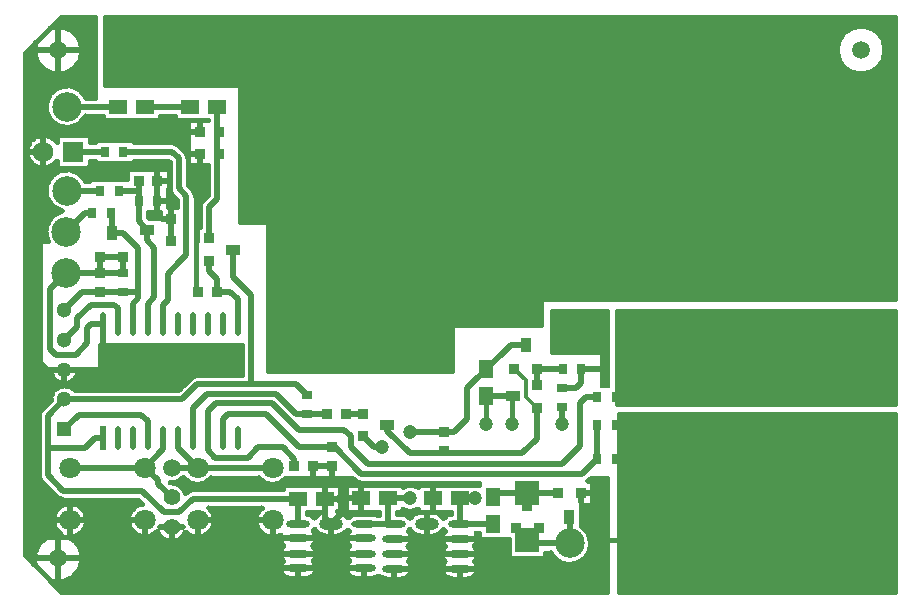
<source format=gtl>
%FSLAX44Y44*%
%MOMM*%
G71*
G01*
G75*
G04 Layer_Physical_Order=1*
G04 Layer_Color=128*
%ADD10C,0.4500*%
%ADD11R,0.9000X0.9500*%
%ADD12R,0.9500X0.9000*%
%ADD13R,1.5000X1.2500*%
%ADD14R,1.2500X1.5000*%
%ADD15R,6.3500X1.5240*%
%ADD16R,3.2000X1.0000*%
%ADD17R,0.9144X0.9144*%
%ADD18R,1.2700X0.9144*%
%ADD19R,0.9144X0.9144*%
%ADD20R,0.9144X1.2700*%
%ADD21R,0.9500X0.8000*%
%ADD22R,0.8000X0.9500*%
%ADD23O,0.5000X2.0000*%
%ADD24R,0.5000X2.0000*%
%ADD25R,0.9000X3.2000*%
%ADD26R,11.5000X9.0000*%
%ADD27R,0.9000X0.9000*%
%ADD28R,0.9000X1.2500*%
%ADD29R,2.0000X2.0000*%
%ADD30R,8.0000X4.0000*%
%ADD31O,2.0000X0.6000*%
%ADD32O,2.0000X1.0000*%
%ADD33C,0.5000*%
%ADD34C,0.3000*%
%ADD35R,1.7500X1.7500*%
%ADD36C,1.7500*%
%ADD37C,1.4000*%
%ADD38C,1.5000*%
%ADD39C,1.8000*%
%ADD40C,2.5000*%
%ADD41R,25.0000X8.0000*%
%ADD42R,22.0000X8.0000*%
%ADD43R,1.3000X1.3000*%
%ADD44C,1.3000*%
%ADD45C,1.2000*%
D10*
X-6654Y-449126D02*
G03*
X20250Y-430000I6654J19126D01*
G01*
D02*
G03*
X9237Y-411980I-20250J0D01*
G01*
X2578Y-409915D02*
G03*
X-19126Y-436654I-2578J-20085D01*
G01*
X9237Y-411980D02*
G03*
X24250Y-397750I763J14230D01*
G01*
X84173Y-407192D02*
G03*
X107648Y-407793I11827J3192D01*
G01*
X70798Y-383759D02*
G03*
X84173Y-407192I2702J-13992D01*
G01*
X107648Y-407793D02*
G03*
X132250Y-398000I10352J9793D01*
G01*
X190865Y-432500D02*
G03*
X196250Y-447000I5385J-6250D01*
G01*
X191169Y-419750D02*
G03*
X190865Y-432500I5081J-6500D01*
G01*
X210250Y-447000D02*
G03*
X218500Y-438750I0J8250D01*
G01*
D02*
G03*
X215635Y-432500I-8250J0D01*
G01*
D02*
G03*
X218500Y-426250I-5385J6250D01*
G01*
D02*
G03*
X215331Y-419750I-8250J0D01*
G01*
X172146Y-387250D02*
G03*
X188504Y-410410I9354J-10750D01*
G01*
X215331Y-419750D02*
G03*
X218500Y-413250I-5081J6500D01*
G01*
X188504Y-410410D02*
G03*
X191169Y-419750I7746J-2840D01*
G01*
X218500Y-413250D02*
G03*
X215635Y-407000I-8250J0D01*
G01*
X217094Y-405357D02*
G03*
X226250Y-411000I9156J4607D01*
G01*
X236250D02*
G03*
X244961Y-406152I0J10250D01*
G01*
X24250Y-397750D02*
G03*
X2578Y-409915I-14250J0D01*
G01*
X132250Y-398000D02*
G03*
X127354Y-387250I-14250J0D01*
G01*
X-1230Y-378230D02*
G03*
X4250Y-380500I5480J5480D01*
G01*
X-1229Y-378232D02*
G03*
X4250Y-380500I5479J5481D01*
G01*
X107751Y-375039D02*
G03*
X96018Y-366250I-11751J-3461D01*
G01*
X-16050Y-361749D02*
G03*
X-13981Y-365479I7550J1749D01*
G01*
X-16050Y-361749D02*
G03*
X-13980Y-365480I7550J1749D01*
G01*
X94637Y-366177D02*
G03*
X95982Y-366250I1363J12677D01*
G01*
D02*
G03*
X94772Y-366312I18J-12250D01*
G01*
X96018Y-366250D02*
G03*
X105722Y-361749I-18J12750D01*
G01*
X114250Y-371750D02*
G03*
X108770Y-374020I0J-7750D01*
G01*
X114250Y-371750D02*
G03*
X108771Y-374019I0J-7750D01*
G01*
X106380Y-361749D02*
G03*
X129620Y-361749I11620J8249D01*
G01*
X217094Y-396143D02*
G03*
X211000Y-392534I-6844J-4607D01*
G01*
X215635Y-407000D02*
G03*
X217094Y-405357I-5385J6250D01*
G01*
X223088Y-391000D02*
G03*
X217094Y-396143I3162J-9750D01*
G01*
X245142Y-395651D02*
G03*
X239000Y-390876I-8892J-5099D01*
G01*
D02*
G03*
X236250Y-390500I-2750J-9874D01*
G01*
X169880Y-361749D02*
G03*
X192747Y-362250I11620J8249D01*
G01*
X266250Y-447000D02*
G03*
X271479Y-445131I0J8250D01*
G01*
D02*
G03*
X277000Y-447250I5520J6131D01*
G01*
X327615Y-432750D02*
G03*
X333000Y-447250I5385J-6250D01*
G01*
X291000D02*
G03*
X299250Y-439000I0J8250D01*
G01*
D02*
G03*
X296385Y-432750I-8250J0D01*
G01*
X246865Y-432500D02*
G03*
X252250Y-447000I5385J-6250D01*
G01*
X247169Y-419750D02*
G03*
X246865Y-432500I5081J-6500D01*
G01*
X296385Y-432750D02*
G03*
X299250Y-426500I-5385J6250D01*
G01*
D02*
G03*
X296081Y-420000I-8250J0D01*
G01*
Y-420000D02*
G03*
X299250Y-413500I-5081J6500D01*
G01*
X246411Y-407422D02*
G03*
X247169Y-419750I5839J-5828D01*
G01*
X299250Y-413500D02*
G03*
X296385Y-407250I-8250J0D01*
G01*
X297844Y-405607D02*
G03*
X307000Y-411250I9156J4607D01*
G01*
X327919Y-420000D02*
G03*
X327615Y-432750I5081J-6500D01*
G01*
X317000Y-411250D02*
G03*
X326156Y-405607I0J10250D01*
G01*
X327615Y-407250D02*
G03*
X327919Y-420000I5385J-6250D01*
G01*
X347000Y-447250D02*
G03*
X355250Y-439000I0J8250D01*
G01*
D02*
G03*
X352385Y-432750I-8250J0D01*
G01*
D02*
G03*
X355250Y-426500I-5385J6250D01*
G01*
D02*
G03*
X352081Y-420000I-8250J0D01*
G01*
Y-420000D02*
G03*
X355250Y-413500I-5081J6500D01*
G01*
D02*
G03*
X353745Y-408750I-8250J0D01*
G01*
X417031Y-425250D02*
G03*
X450750Y-417500I15969J7750D01*
G01*
D02*
G03*
X442670Y-402615I-17750J0D01*
G01*
X244961Y-406152D02*
G03*
X246411Y-407422I5789J5152D01*
G01*
X247669Y-393889D02*
G03*
X245142Y-395651I3081J-7111D01*
G01*
X252250Y-392500D02*
G03*
X247669Y-393889I0J-8250D01*
G01*
X269687Y-393250D02*
G03*
X266250Y-392500I-3437J-7500D01*
G01*
X296385Y-407250D02*
G03*
X297844Y-405607I-5385J6250D01*
G01*
Y-396393D02*
G03*
X291000Y-392750I-6844J-4607D01*
G01*
X291750Y-388604D02*
G03*
X304250Y-388604I6250J9354D01*
G01*
X251020Y-364230D02*
G03*
X256500Y-366500I5480J5480D01*
G01*
X251021Y-364231D02*
G03*
X256500Y-366500I5479J5481D01*
G01*
X304250Y-369896D02*
G03*
X291750Y-369896I-6250J-9354D01*
G01*
X307000Y-390750D02*
G03*
X297844Y-396393I0J-10250D01*
G01*
X326156D02*
G03*
X317000Y-390750I-9156J-4607D01*
G01*
X326156Y-405607D02*
G03*
X327615Y-407250I6844J4607D01*
G01*
X332250Y-392784D02*
G03*
X326156Y-396393I750J-8216D01*
G01*
X356250Y-368393D02*
G03*
X352750Y-367753I-3750J-10607D01*
G01*
X448179Y-364928D02*
G03*
X448979Y-364231I-4679J6178D01*
G01*
X448179Y-364928D02*
G03*
X448980Y-364230I-4679J6178D01*
G01*
X117751Y-275000D02*
G03*
X113169Y-276500I0J-7750D01*
G01*
X117751Y-275000D02*
G03*
X113169Y-276500I0J-7750D01*
G01*
X-16250Y-373250D02*
G03*
X-13980Y-378730I7750J0D01*
G01*
X-16250Y-373250D02*
G03*
X-13981Y-378729I7750J0D01*
G01*
X-13980Y-303770D02*
G03*
X-16250Y-309250I5480J-5480D01*
G01*
X-13981Y-303771D02*
G03*
X-16250Y-309250I5481J-5479D01*
G01*
X14082Y-287750D02*
G03*
X-6475Y-296265I-8832J-7750D01*
G01*
X-6497Y-270250D02*
G03*
X17000Y-270500I11747J-250D01*
G01*
X117751Y-275000D02*
G03*
X112273Y-277269I0J-7750D01*
G01*
X117751Y-275000D02*
G03*
X112271Y-277270I0J-7750D01*
G01*
X700000Y250D02*
G03*
X700000Y250I-20250J0D01*
G01*
X3498Y-136099D02*
G03*
X-9613Y-147250I3502J-17401D01*
G01*
X-1250Y-77766D02*
G03*
X-1250Y-93734I-11500J-7984D01*
G01*
X23219Y-111000D02*
G03*
X3498Y-136099I-15969J-7750D01*
G01*
X23219Y-40000D02*
G03*
X23219Y-55500I-15969J-7750D01*
G01*
X-19126Y6654D02*
G03*
X20250Y0I19126J-6654D01*
G01*
D02*
G03*
X-6654Y19126I-20250J0D01*
G01*
X-15250Y-305442D02*
G03*
X-16250Y-309250I6750J-3808D01*
G01*
X-15250Y-305442D02*
G03*
X-16250Y-309250I6750J-3808D01*
G01*
X-1250Y-77766D02*
G03*
X-1250Y-93734I-11500J-7984D01*
G01*
X3498Y-136099D02*
G03*
X-8895Y-161399I3502J-17401D01*
G01*
X23219Y-111000D02*
G03*
X3498Y-136099I-15969J-7750D01*
G01*
X1371Y-31002D02*
G03*
X23219Y-55500I5879J-16748D01*
G01*
X94250Y-117000D02*
G03*
X96520Y-122480I7750J0D01*
G01*
X94250Y-117000D02*
G03*
X96519Y-122479I7750J0D01*
G01*
X122020Y-127270D02*
G03*
X119750Y-132750I5480J-5480D01*
G01*
X122019Y-127271D02*
G03*
X119750Y-132750I5481J-5479D01*
G01*
X116250Y-123500D02*
G03*
X113982Y-118021I-7750J0D01*
G01*
X116250Y-123500D02*
G03*
X113980Y-118020I-7750J0D01*
G01*
X109750Y-91502D02*
G03*
X107481Y-86023I-7750J0D01*
G01*
X109750Y-91502D02*
G03*
X107480Y-86022I-7750J0D01*
G01*
X101728Y-80270D02*
G03*
X96248Y-78000I-5480J-5480D01*
G01*
X101727Y-80268D02*
G03*
X96248Y-78000I-5479J-5481D01*
G01*
X-5002Y-450778D02*
Y-449623D01*
X-1002Y-454778D02*
Y-450225D01*
X-28480Y-427299D02*
X-19126Y-436654D01*
X-6654Y-449126D02*
X2721Y-458500D01*
X2998D02*
Y-450027D01*
X6998Y-458500D02*
Y-449002D01*
X-24778Y-431001D02*
X-20225D01*
X-20778Y-435001D02*
X-19623D01*
X-28480Y-423001D02*
X-19002D01*
X-28480Y-427001D02*
X-20027D01*
X-28480Y-419001D02*
X-17003D01*
X-28480Y-415001D02*
X-13605D01*
X10998Y-458500D02*
Y-447003D01*
X14998Y-458500D02*
Y-443606D01*
X18998Y-458500D02*
Y-437009D01*
X70998Y-458500D02*
Y-411779D01*
X86998Y-458500D02*
Y-412308D01*
X90998Y-458500D02*
Y-415182D01*
X74998Y-458500D02*
Y-411921D01*
X118998Y-458500D02*
Y-412215D01*
X114998Y-458500D02*
Y-411930D01*
X13605Y-415001D02*
X90611D01*
X10998Y-412997D02*
Y-411965D01*
X14998Y-416394D02*
Y-411095D01*
X94998Y-458500D02*
Y-416209D01*
X98998Y-458500D02*
Y-415877D01*
X102998Y-458500D02*
Y-414054D01*
X122998Y-458500D02*
Y-411345D01*
X106052Y-411001D02*
X112166D01*
X22998Y-458500D02*
Y-403590D01*
X-25002Y-430778D02*
Y-361749D01*
X-21002Y-434778D02*
Y-361749D01*
X38998Y-458500D02*
Y-380500D01*
X42998Y-458500D02*
Y-380500D01*
X26998Y-458500D02*
Y-380500D01*
X34998Y-458500D02*
Y-380500D01*
X30998Y-458500D02*
Y-380500D01*
X-13002Y-414475D02*
Y-366458D01*
X-9002Y-411861D02*
Y-370458D01*
X-28480Y-427299D02*
Y-361749D01*
X-17002Y-419000D02*
Y-361749D01*
X-28480Y-411001D02*
X-7008D01*
X15241D02*
X68259D01*
X-5002Y-410377D02*
Y-374458D01*
X18998Y-422991D02*
Y-408800D01*
X54998Y-458500D02*
Y-380500D01*
X58998Y-458500D02*
Y-380500D01*
X46998Y-458500D02*
Y-380500D01*
X50998Y-458500D02*
Y-380500D01*
X66998Y-458500D02*
Y-410430D01*
X78998Y-458500D02*
Y-410897D01*
X62998Y-458500D02*
Y-407382D01*
X106998Y-458500D02*
Y-409395D01*
X82998Y-458500D02*
Y-408373D01*
X78741Y-411001D02*
X85948D01*
X110998Y-458500D02*
Y-410411D01*
X126998Y-458500D02*
Y-409050D01*
X130998Y-458500D02*
Y-403841D01*
X194998Y-458500D02*
Y-446904D01*
X196250Y-447000D02*
X210250D01*
X190998Y-458500D02*
Y-445112D01*
X-778Y-455001D02*
X464750D01*
X2721Y-458500D02*
X464750D01*
X-4778Y-451001D02*
X464750D01*
X11001Y-447001D02*
X274989D01*
X18139Y-439001D02*
X188004D01*
X19623Y-435001D02*
X188901D01*
X19002Y-423001D02*
X188667D01*
X20027Y-427001D02*
X188034D01*
X15525Y-443001D02*
X189180D01*
X20225Y-431001D02*
X189505D01*
X198998Y-458500D02*
Y-447000D01*
X202998Y-458500D02*
Y-447000D01*
X206998Y-458500D02*
Y-447000D01*
X210998Y-458500D02*
Y-446966D01*
X214998Y-458500D02*
Y-445497D01*
X217320Y-443001D02*
X245180D01*
X218496Y-439001D02*
X244004D01*
X216995Y-431001D02*
X245505D01*
X217599Y-435001D02*
X244901D01*
X218466Y-427001D02*
X244034D01*
X217833Y-423001D02*
X244667D01*
X142998Y-458500D02*
Y-387250D01*
X146998Y-458500D02*
Y-387250D01*
X134998Y-458500D02*
Y-387250D01*
X138998Y-458500D02*
Y-387250D01*
X162998Y-458500D02*
Y-387250D01*
X178998Y-458500D02*
Y-412029D01*
X150998Y-458500D02*
Y-387250D01*
X158998Y-458500D02*
Y-387250D01*
X154998Y-458500D02*
Y-387250D01*
X123834Y-411001D02*
X175666D01*
X174998Y-458500D02*
Y-410680D01*
X166998Y-458500D02*
Y-387250D01*
X170998Y-458500D02*
Y-407632D01*
X17003Y-419001D02*
X190335D01*
X101389Y-415001D02*
X188188D01*
X186998Y-458500D02*
Y-411147D01*
X182998Y-458500D02*
Y-412171D01*
X222998Y-458500D02*
Y-410470D01*
X218998Y-458500D02*
Y-407994D01*
X216165Y-419001D02*
X246335D01*
X230998Y-458500D02*
Y-411000D01*
X226998Y-458500D02*
Y-411000D01*
X238998Y-458500D02*
Y-410625D01*
X234998Y-458500D02*
Y-411000D01*
X187334Y-411001D02*
X188312D01*
X218188D02*
X244312D01*
X218312Y-415001D02*
X244188D01*
X226250Y-411000D02*
X236250D01*
X-28480Y-407001D02*
X-839D01*
X-1002Y-409775D02*
Y-406807D01*
X-28480Y-399001D02*
X-4195D01*
X-28480Y-403001D02*
X-3247D01*
X-28480Y-391001D02*
X-2551D01*
X-28480Y-395001D02*
X-3982D01*
X-28480Y-387001D02*
X645D01*
X6998Y-383820D02*
Y-380500D01*
X-28480Y-383001D02*
X70041D01*
X4250Y-380500D02*
X67540D01*
X14998Y-384405D02*
Y-380500D01*
X10998Y-383535D02*
Y-380500D01*
X20839Y-407001D02*
X62661D01*
X23247Y-403001D02*
X60253D01*
X24195Y-399001D02*
X59305D01*
X22551Y-391001D02*
X60950D01*
X23982Y-395001D02*
X59518D01*
X18998Y-386700D02*
Y-380500D01*
X22998Y-391910D02*
Y-380500D01*
X19355Y-387001D02*
X64145D01*
X130998Y-392159D02*
Y-387250D01*
X62998Y-388118D02*
Y-380500D01*
X66998Y-385070D02*
Y-380500D01*
X67540D02*
X70798Y-383759D01*
X-28480Y-375001D02*
X-4459D01*
X-1002Y-388693D02*
Y-378449D01*
X-28480Y-371001D02*
X-8459D01*
X-13979Y-365481D02*
X-1231Y-378229D01*
X-28480Y-379001D02*
X-331D01*
X2998Y-385339D02*
Y-380398D01*
X-28480Y-361749D02*
X-16050D01*
X-28480Y-363001D02*
X-15645D01*
X-28480Y-367001D02*
X-12459D01*
X100224D02*
X113441D01*
X107751Y-375039D02*
X108769Y-374021D01*
X106998Y-373105D02*
Y-362556D01*
X110998Y-372465D02*
Y-365911D01*
X118998Y-371750D02*
Y-367715D01*
X114998Y-371750D02*
Y-367430D01*
X142998Y-371750D02*
Y-361749D01*
X122998Y-371750D02*
Y-366845D01*
X102998Y-368446D02*
Y-364158D01*
X126998Y-371750D02*
Y-364550D01*
X104502Y-363001D02*
X107380D01*
X146998Y-371750D02*
Y-361749D01*
X150998Y-371750D02*
Y-361749D01*
X130998Y-371750D02*
Y-361749D01*
X138998Y-371750D02*
Y-361749D01*
X134998Y-371750D02*
Y-361749D01*
X129047Y-407001D02*
X170453D01*
X131344Y-403001D02*
X168156D01*
X131931Y-395001D02*
X167569D01*
X132215Y-399001D02*
X167285D01*
X211000Y-392534D02*
Y-391000D01*
Y-391001D02*
X223084D01*
X130413D02*
X169087D01*
X170998Y-388368D02*
Y-387250D01*
X105687Y-371001D02*
X190500D01*
X127354Y-387250D02*
X172146D01*
X211000Y-391000D02*
X213500D01*
X216000D01*
X114250Y-371750D02*
X190500D01*
X213500Y-391000D02*
X216000D01*
X190500Y-368000D02*
X213500D01*
X215637Y-407001D02*
X218127D01*
X214998Y-394003D02*
Y-391000D01*
X216167Y-395001D02*
X217764D01*
X216000Y-391000D02*
X223088D01*
X218998Y-393507D02*
Y-391000D01*
X213500Y-368000D02*
X216000D01*
X213500D02*
X216000D01*
X239000D01*
Y-379001D02*
X243250D01*
X239000Y-371001D02*
X243250D01*
X162998Y-371750D02*
Y-361749D01*
X166998Y-371750D02*
Y-361749D01*
X154998Y-371750D02*
Y-361749D01*
X158998Y-371750D02*
Y-361749D01*
X178998Y-371750D02*
Y-367529D01*
X190500Y-371750D02*
Y-368000D01*
X170998Y-371750D02*
Y-363132D01*
X186998Y-371750D02*
Y-366647D01*
X174998Y-371750D02*
Y-366180D01*
X122558Y-367001D02*
X176942D01*
X182998Y-371750D02*
Y-367671D01*
X128620Y-363001D02*
X170880D01*
X129620Y-361749D02*
X169880D01*
X186059Y-367001D02*
X356250D01*
X190998Y-368000D02*
Y-364123D01*
X192120Y-363001D02*
X249791D01*
X192747Y-362250D02*
X206000D01*
X202998Y-368000D02*
Y-362250D01*
X206998Y-368000D02*
Y-362250D01*
X194998Y-368000D02*
Y-362250D01*
X198998Y-368000D02*
Y-362250D01*
X210998Y-368000D02*
Y-362250D01*
X214998Y-368000D02*
Y-362250D01*
X218998Y-368000D02*
Y-362250D01*
X234998Y-368000D02*
Y-362000D01*
X222998Y-368000D02*
Y-362250D01*
X206000D02*
X209500D01*
X206000D02*
X209500D01*
X225500D01*
X226998Y-368000D02*
Y-362000D01*
X230998Y-368000D02*
Y-362000D01*
X225500D02*
X241500D01*
X238998Y-368000D02*
Y-362000D01*
X254998Y-458500D02*
Y-447000D01*
X262998Y-458500D02*
Y-447000D01*
X246998Y-458500D02*
Y-445112D01*
X250998Y-458500D02*
Y-446904D01*
X278998Y-458500D02*
Y-447250D01*
X282998Y-458500D02*
Y-447250D01*
X266998Y-458500D02*
Y-446966D01*
X270998Y-458500D02*
Y-445497D01*
X252250Y-447000D02*
X266250D01*
X258998Y-458500D02*
Y-447000D01*
X274998Y-458500D02*
Y-447003D01*
X277000Y-447250D02*
X291000D01*
X286998Y-458500D02*
Y-447250D01*
X290998Y-458500D02*
Y-447250D01*
X294998Y-458500D02*
Y-446217D01*
X298998Y-458500D02*
Y-441025D01*
X334998Y-458500D02*
Y-447250D01*
X338997Y-458500D02*
Y-447250D01*
X330998Y-458500D02*
Y-447003D01*
X326998Y-458500D02*
Y-444660D01*
X299250Y-439001D02*
X324750D01*
X293011Y-447001D02*
X330989D01*
X298215Y-443001D02*
X325785D01*
X298216Y-435001D02*
X325784D01*
X242998Y-458500D02*
Y-408466D01*
X297914Y-431001D02*
X326086D01*
X298998Y-424475D02*
Y-415525D01*
X297148Y-419001D02*
X326852D01*
X298471Y-423001D02*
X325529D01*
X298862Y-411001D02*
X304755D01*
X298998Y-436975D02*
Y-428525D01*
X306998Y-458500D02*
Y-411250D01*
X302998Y-458500D02*
Y-410436D01*
X310998Y-458500D02*
Y-411250D01*
X326998Y-433340D02*
Y-432160D01*
X314998Y-458500D02*
Y-411250D01*
X322998Y-458500D02*
Y-409312D01*
X318998Y-458500D02*
Y-411054D01*
X299112Y-415001D02*
X324888D01*
X299235Y-427001D02*
X324765D01*
X298998Y-411475D02*
Y-407405D01*
X307000Y-411250D02*
X317000D01*
X326998Y-420840D02*
Y-419160D01*
X342998Y-458500D02*
Y-447250D01*
X346997Y-458500D02*
Y-447250D01*
X333000D02*
X347000D01*
X350998Y-458500D02*
Y-446217D01*
X349011Y-447001D02*
X464750D01*
X354997Y-458500D02*
Y-441026D01*
X386997Y-458500D02*
Y-430000D01*
X382998Y-458500D02*
Y-430000D01*
X354997Y-436974D02*
Y-428526D01*
X355235Y-427001D02*
X382000D01*
X354215Y-443001D02*
X464750D01*
X355250Y-439001D02*
X464750D01*
X353914Y-431001D02*
X421477D01*
X354216Y-435001D02*
X430038D01*
X382000Y-430000D02*
X412500D01*
X398997Y-458500D02*
Y-430000D01*
X402997Y-458500D02*
Y-430000D01*
X390997Y-458500D02*
Y-430000D01*
X394997Y-458500D02*
Y-430000D01*
X422997Y-458500D02*
Y-432163D01*
X426997Y-458500D02*
Y-434204D01*
X406997Y-458500D02*
Y-430000D01*
X418997Y-458500D02*
Y-428408D01*
X410997Y-458500D02*
Y-430000D01*
X430997Y-458500D02*
Y-435137D01*
X434997Y-458500D02*
Y-435137D01*
X412500Y-427001D02*
X418007D01*
X438997Y-458500D02*
Y-434206D01*
X435962Y-435001D02*
X464750D01*
X442997Y-458500D02*
Y-432167D01*
X444523Y-431001D02*
X464750D01*
X446997Y-458500D02*
Y-428415D01*
X447993Y-427001D02*
X464750D01*
X354997Y-424474D02*
Y-415526D01*
X370998Y-458500D02*
Y-413750D01*
X374997Y-458500D02*
Y-413750D01*
X358997Y-458500D02*
Y-413750D01*
X366997Y-458500D02*
Y-413750D01*
X362998Y-458500D02*
Y-413750D01*
X354997Y-411474D02*
Y-408750D01*
X353148Y-419001D02*
X382000D01*
X354471Y-423001D02*
X382000D01*
X355112Y-415001D02*
X382000D01*
X356250Y-413750D02*
Y-408750D01*
Y-413750D02*
X378000D01*
X414997Y-458500D02*
Y-425250D01*
X378997Y-458500D02*
Y-414000D01*
X382000Y-430000D02*
Y-414000D01*
X450997Y-458500D02*
Y-384572D01*
X454997Y-458500D02*
Y-361749D01*
X458997Y-458500D02*
Y-361749D01*
X464750Y-458500D02*
Y-361749D01*
X462997Y-458500D02*
Y-361749D01*
X412500Y-430000D02*
Y-425250D01*
X417031D01*
X378000Y-413750D02*
X379250D01*
X378000Y-414000D02*
X382000D01*
X449876Y-423001D02*
X464750D01*
X450686Y-419001D02*
X464750D01*
X450573Y-415001D02*
X464750D01*
X449518Y-411001D02*
X464750D01*
X244373Y-407001D02*
X245846D01*
X244736Y-395001D02*
X245843D01*
X246998Y-394219D02*
Y-390750D01*
X250998Y-392596D02*
Y-390750D01*
X243250D02*
X266250D01*
X262998Y-392500D02*
Y-390750D01*
X254998Y-392500D02*
Y-390750D01*
X258998Y-392500D02*
Y-390750D01*
X239416Y-391001D02*
X271250D01*
X252250Y-392500D02*
X266250D01*
X266250Y-390750D02*
X268750D01*
X266998Y-392534D02*
Y-390750D01*
X266250D02*
X268750D01*
X269687Y-393250D02*
X271250D01*
X270998D02*
Y-390750D01*
X271250Y-393250D02*
Y-390750D01*
X294998Y-393783D02*
Y-390092D01*
X296661Y-407001D02*
X298690D01*
X296664Y-395001D02*
X298689D01*
X298998Y-394595D02*
Y-390456D01*
X286998Y-392750D02*
Y-390750D01*
X290998Y-392750D02*
Y-390750D01*
X268750D02*
X271250D01*
X286750Y-392750D02*
Y-390750D01*
X291750D01*
X286750Y-392750D02*
X291000D01*
X302998Y-391564D02*
Y-389329D01*
X304250Y-390750D02*
Y-388604D01*
X239000Y-390876D02*
Y-368000D01*
Y-387001D02*
X243250D01*
X242998Y-393034D02*
Y-361749D01*
X243250Y-390750D02*
Y-367750D01*
X239000Y-383001D02*
X243250D01*
X239000Y-375001D02*
X243250D01*
X246998Y-367750D02*
Y-361749D01*
X250998Y-367750D02*
Y-364208D01*
X241500Y-361749D02*
X248539D01*
X251019Y-364229D01*
X243250Y-367750D02*
X266250D01*
X258998D02*
Y-366500D01*
X254998Y-367750D02*
Y-366353D01*
X291750Y-369896D02*
Y-367750D01*
Y-390750D02*
Y-388604D01*
X266998Y-367750D02*
Y-366500D01*
X268750Y-367750D02*
X291750D01*
X304250Y-369896D02*
Y-367750D01*
X294998Y-368408D02*
Y-366500D01*
X302998Y-369171D02*
Y-366500D01*
X298998Y-368044D02*
Y-366500D01*
X266250Y-367750D02*
X268750D01*
X266250D02*
X268750D01*
X262998D02*
Y-366500D01*
X270998Y-367750D02*
Y-366500D01*
X286998Y-367750D02*
Y-366500D01*
X290998Y-367750D02*
Y-366500D01*
X274998Y-367750D02*
Y-366500D01*
X282998Y-367750D02*
Y-366500D01*
X278998Y-367750D02*
Y-366500D01*
X319245Y-411001D02*
X325138D01*
X325310Y-407001D02*
X327339D01*
X326998Y-407840D02*
Y-406660D01*
X286750Y-391001D02*
X304745D01*
X304250Y-390750D02*
X307000D01*
X317000D01*
X307000D02*
X317000D01*
X319255Y-391001D02*
X332250D01*
X325311Y-395001D02*
X327336D01*
X317000Y-390750D02*
X327250D01*
X326998Y-395340D02*
Y-390750D01*
X322998Y-392688D02*
Y-390750D01*
X353745Y-408750D02*
X356250D01*
X354863Y-411001D02*
X356250D01*
X442670Y-402615D02*
Y-384572D01*
X442997Y-402833D02*
Y-384572D01*
X443239Y-403001D02*
X464750D01*
X447312Y-407001D02*
X464750D01*
X442670Y-399001D02*
X464750D01*
X446997Y-406585D02*
Y-384572D01*
X442670Y-395001D02*
X464750D01*
X330998Y-392997D02*
Y-390750D01*
X332250Y-392784D02*
Y-390750D01*
X327250D02*
X329750D01*
X327250D02*
X329750D01*
X332250D01*
X442670Y-391001D02*
X464750D01*
X442670Y-387001D02*
X464750D01*
X442670Y-384572D02*
X452322D01*
Y-383001D02*
X464750D01*
X314998Y-367750D02*
Y-366500D01*
X306998Y-367750D02*
Y-366500D01*
X310998Y-367750D02*
Y-366500D01*
X304250Y-367750D02*
X327250D01*
X318998D02*
Y-366500D01*
X326998Y-367750D02*
Y-366500D01*
X322998Y-367750D02*
Y-366500D01*
X327250Y-367750D02*
X329750D01*
X327250D02*
X329750D01*
X330998D02*
Y-366500D01*
X334998Y-367750D02*
Y-366500D01*
X329750Y-367750D02*
X352500D01*
X342998D02*
Y-366500D01*
X256500D02*
X356250D01*
X346997Y-367750D02*
Y-366500D01*
X338997Y-367750D02*
Y-366500D01*
X354997Y-368031D02*
Y-366500D01*
X356250Y-368393D02*
Y-366500D01*
X452322Y-375001D02*
X464750D01*
X452322Y-379001D02*
X464750D01*
X452322Y-384572D02*
Y-364928D01*
Y-371001D02*
X464750D01*
X350998Y-367750D02*
Y-366500D01*
X450997Y-364928D02*
Y-362213D01*
X448179Y-364928D02*
X452322D01*
Y-367001D02*
X464750D01*
X448982Y-364229D02*
X451461Y-361749D01*
X450209Y-363001D02*
X464750D01*
X451461Y-361749D02*
X464750D01*
X464000Y-415001D02*
X485250D01*
X35000Y-276500D02*
Y-249750D01*
X38998Y-276500D02*
Y-249750D01*
X42998Y-276500D02*
Y-249750D01*
X46998Y-276500D02*
Y-249750D01*
X50998Y-276500D02*
Y-249750D01*
X35000Y-276500D02*
X113169D01*
X54998D02*
Y-249750D01*
X58998Y-276500D02*
Y-249750D01*
X62998Y-276500D02*
Y-249750D01*
X66998Y-276500D02*
Y-249750D01*
X70998Y-276500D02*
Y-249750D01*
X35000Y-275001D02*
X117603D01*
X35000Y-271001D02*
X155250D01*
X74998Y-276500D02*
Y-249750D01*
X78998Y-276500D02*
Y-249750D01*
X82998Y-276500D02*
Y-249750D01*
X35000Y-267001D02*
X155250D01*
X35000Y-263001D02*
X155250D01*
X35000Y-259002D02*
X155250D01*
X35000Y-255002D02*
X155250D01*
X35000Y-251001D02*
X155250D01*
X35000Y-249750D02*
X155250D01*
X86998Y-276500D02*
Y-249750D01*
X90998Y-276500D02*
Y-249750D01*
X94998Y-276500D02*
Y-249750D01*
X98998Y-276500D02*
Y-249750D01*
X102998Y-276500D02*
Y-249750D01*
X117751Y-275000D02*
X155250D01*
X106998Y-276500D02*
Y-249750D01*
X110998Y-276500D02*
Y-249750D01*
X114998Y-275506D02*
Y-249750D01*
X118998Y-275000D02*
Y-249750D01*
X122998Y-275000D02*
Y-249750D01*
X126998Y-275000D02*
Y-249750D01*
X130998Y-275000D02*
Y-249750D01*
X134998Y-275000D02*
Y-249750D01*
X138998Y-275000D02*
Y-249750D01*
X142998Y-275000D02*
Y-249750D01*
X146998Y-275000D02*
Y-249750D01*
X150998Y-275000D02*
Y-249750D01*
X154998Y-275000D02*
Y-249750D01*
X155250Y-275000D02*
Y-249750D01*
X-28480Y-375001D02*
X-16049D01*
X-28480Y-371001D02*
X-16250D01*
X-28480Y-367001D02*
X-16250D01*
X-28480Y-363001D02*
X-16250D01*
X-28480Y-359001D02*
X-16250D01*
X-28480Y-355001D02*
X-16250D01*
X-28480Y-385750D02*
Y-270250D01*
Y-351001D02*
X-16250D01*
X-28480Y-347001D02*
X-16250D01*
X-25002Y-385750D02*
Y-270250D01*
X-21002Y-385750D02*
Y-270250D01*
X-17002Y-385750D02*
Y-270250D01*
X-16250Y-373250D02*
Y-337250D01*
X-28480Y-385750D02*
X-6960D01*
X-28480Y-379001D02*
X-13709D01*
X-28480Y-383001D02*
X-9709D01*
X-13979Y-378731D02*
X-6960Y-385750D01*
X-13002D02*
Y-379708D01*
X-9002Y-385750D02*
Y-383708D01*
X-28480Y-343001D02*
X-16250D01*
X-28480Y-339001D02*
X-16250D01*
X-28480Y-335001D02*
X-16250D01*
Y-337250D02*
Y-309250D01*
X-28480Y-331001D02*
X-16250D01*
X-28480Y-327001D02*
X-16250D01*
X-28480Y-323001D02*
X-16250D01*
X-28480Y-319001D02*
X-16250D01*
X-28480Y-315001D02*
X-16250D01*
X-28480Y-311001D02*
X-16250D01*
X-28480Y-307001D02*
X-15917D01*
X-28480Y-303001D02*
X-13211D01*
X-28480Y-299001D02*
X-9212D01*
X-13979Y-303769D02*
X-6475Y-296265D01*
X-13002Y-302792D02*
Y-270250D01*
X-9002Y-298792D02*
Y-270250D01*
X-28480Y-295001D02*
X-6489D01*
X-28480Y-291001D02*
X-5605D01*
X-28480Y-287001D02*
X-2864D01*
X-1002Y-285551D02*
Y-280449D01*
X-28480Y-283001D02*
X106540D01*
X-28480Y-279001D02*
X-2861D01*
X-28480Y-271001D02*
X-6489D01*
X-28480Y-275001D02*
X-5604D01*
X-5002Y-289759D02*
Y-276241D01*
X-28480Y-270250D02*
X-6497D01*
X14998Y-287750D02*
Y-277060D01*
X18998Y-287750D02*
Y-270250D01*
X22998Y-287750D02*
Y-270250D01*
X26998Y-287750D02*
Y-270250D01*
X30998Y-287750D02*
Y-270250D01*
X34998Y-287750D02*
Y-270250D01*
X38998Y-287750D02*
Y-270250D01*
X42998Y-287750D02*
Y-270250D01*
X46998Y-287750D02*
Y-270250D01*
X50998Y-287750D02*
Y-270250D01*
X54998Y-287750D02*
Y-270250D01*
X58998Y-287750D02*
Y-270250D01*
X62998Y-287750D02*
Y-270250D01*
X14082Y-287750D02*
X101791D01*
X66998D02*
Y-270250D01*
X13364Y-287001D02*
X102540D01*
X70998Y-287750D02*
Y-270250D01*
X74998Y-287750D02*
Y-270250D01*
X101791Y-287750D02*
X112270Y-277271D01*
X78998Y-287750D02*
Y-270250D01*
X82998Y-287750D02*
Y-270250D01*
X86998Y-287750D02*
Y-270250D01*
X90998Y-287750D02*
Y-270250D01*
X94998Y-287750D02*
Y-270250D01*
X98998Y-287750D02*
Y-270250D01*
X102998Y-286543D02*
Y-270250D01*
X10998Y-285252D02*
Y-280748D01*
X2998Y-283968D02*
Y-282032D01*
X6998Y-283881D02*
Y-282119D01*
X13361Y-279001D02*
X110540D01*
X16104Y-275001D02*
X117603D01*
X106998Y-282543D02*
Y-270250D01*
X110998Y-278543D02*
Y-270250D01*
X114998Y-275506D02*
Y-270250D01*
X118998Y-275000D02*
Y-270250D01*
X117751Y-275000D02*
X155250D01*
X122998D02*
Y-270250D01*
X16989Y-271001D02*
X155250D01*
X126998Y-275000D02*
Y-270250D01*
X130998Y-275000D02*
Y-270250D01*
X134998Y-275000D02*
Y-270250D01*
X138998Y-275000D02*
Y-270250D01*
X142998Y-275000D02*
Y-270250D01*
X16997D02*
X155250D01*
X146998Y-275000D02*
Y-270250D01*
X150998Y-275000D02*
Y-270250D01*
X154998Y-275000D02*
Y-270250D01*
X155250Y-275000D02*
Y-270250D01*
X9258Y-412000D02*
X12259Y-415001D01*
X-12502Y-412000D02*
X9258D01*
X12259Y-415001D02*
X16500D01*
X474750Y-458500D02*
X708500D01*
X474750D02*
Y-307750D01*
X474997Y-458500D02*
Y-307750D01*
X478997Y-458500D02*
Y-307750D01*
X482997Y-458500D02*
Y-307750D01*
X486997Y-458500D02*
Y-307750D01*
X490997Y-458500D02*
Y-307750D01*
X494997Y-458500D02*
Y-307750D01*
X498997Y-458500D02*
Y-307750D01*
X502997Y-458500D02*
Y-307750D01*
X506997Y-458500D02*
Y-307750D01*
X510997Y-458500D02*
Y-307750D01*
X474750Y-455001D02*
X708500D01*
X474750Y-451001D02*
X708500D01*
X474750Y-447001D02*
X708500D01*
X474750Y-443001D02*
X708500D01*
X474750Y-439001D02*
X708500D01*
X474750Y-435001D02*
X708500D01*
X474750Y-431001D02*
X708500D01*
X474750Y-427001D02*
X708500D01*
X474750Y-423001D02*
X708500D01*
X474750Y-419001D02*
X708500D01*
X474750Y-415001D02*
X708500D01*
X474750Y-411001D02*
X708500D01*
X474750Y-407001D02*
X708500D01*
X474750Y-403001D02*
X708500D01*
X474750Y-399001D02*
X708500D01*
X474750Y-395001D02*
X708500D01*
X474750Y-391001D02*
X708500D01*
X474750Y-387001D02*
X708500D01*
X474750Y-383001D02*
X708500D01*
X474750Y-379001D02*
X708500D01*
X474750Y-375001D02*
X708500D01*
X474750Y-371001D02*
X708500D01*
X474750Y-367001D02*
X708500D01*
X474750Y-363001D02*
X708500D01*
X474750Y-359001D02*
X708500D01*
X474750Y-355001D02*
X708500D01*
X474750Y-351001D02*
X708500D01*
X474750Y-347001D02*
X708500D01*
X474750Y-343001D02*
X708500D01*
X474750Y-339001D02*
X708500D01*
X474750Y-335001D02*
X708500D01*
X474750Y-331001D02*
X708500D01*
X474750Y-327001D02*
X708500D01*
X474750Y-323001D02*
X708500D01*
X474750Y-319001D02*
X708500D01*
X474750Y-315001D02*
X708500D01*
X474750Y-311001D02*
X708500D01*
X474750Y-307750D02*
X708500D01*
X514997Y-458500D02*
Y-307750D01*
X518997Y-458500D02*
Y-307750D01*
X522997Y-458500D02*
Y-307750D01*
X526997Y-458500D02*
Y-307750D01*
X530997Y-458500D02*
Y-307750D01*
X534997Y-458500D02*
Y-307750D01*
X538997Y-458500D02*
Y-307750D01*
X542997Y-458500D02*
Y-307750D01*
X546997Y-458500D02*
Y-307750D01*
X550997Y-458500D02*
Y-307750D01*
X554997Y-458500D02*
Y-307750D01*
X558997Y-458500D02*
Y-307750D01*
X562997Y-458500D02*
Y-307750D01*
X566997Y-458500D02*
Y-307750D01*
X570997Y-458500D02*
Y-307750D01*
X574997Y-458500D02*
Y-307750D01*
X578997Y-458500D02*
Y-307750D01*
X582997Y-458500D02*
Y-307750D01*
X586997Y-458500D02*
Y-307750D01*
X590997Y-458500D02*
Y-307750D01*
X594997Y-458500D02*
Y-307750D01*
X598997Y-458500D02*
Y-307750D01*
X602997Y-458500D02*
Y-307750D01*
X606997Y-458500D02*
Y-307750D01*
X610997Y-458500D02*
Y-307750D01*
X614997Y-458500D02*
Y-307750D01*
X618997Y-458500D02*
Y-307750D01*
X622997Y-458500D02*
Y-307750D01*
X626997Y-458500D02*
Y-307750D01*
X630997Y-458500D02*
Y-307750D01*
X634997Y-458500D02*
Y-307750D01*
X638997Y-458500D02*
Y-307750D01*
X642997Y-458500D02*
Y-307750D01*
X646997Y-458500D02*
Y-307750D01*
X650997Y-458500D02*
Y-307750D01*
X654997Y-458500D02*
Y-307750D01*
X658997Y-458500D02*
Y-307750D01*
X662997Y-458500D02*
Y-307750D01*
X666997Y-458500D02*
Y-307750D01*
X670997Y-458500D02*
Y-307750D01*
X674997Y-458500D02*
Y-307750D01*
X678997Y-458500D02*
Y-307750D01*
X682997Y-458500D02*
Y-307750D01*
X686997Y-458500D02*
Y-307750D01*
X690997Y-458500D02*
Y-307750D01*
X694997Y-458500D02*
Y-307750D01*
X698997Y-458500D02*
Y-307750D01*
X702997Y-458500D02*
Y-307750D01*
X706997Y-458500D02*
Y-307750D01*
X708500Y-458500D02*
Y-307750D01*
X-19126Y-436654D02*
X-3529Y-452250D01*
X-1002D01*
X-20781Y4998D02*
X-6654Y19126D01*
X362500Y-316750D02*
Y-292750D01*
X384500Y-316750D02*
Y-293028D01*
X39750Y-29000D02*
Y28500D01*
X42998Y-29000D02*
Y28500D01*
X46998Y-29000D02*
Y28500D01*
X50998Y-29000D02*
Y28500D01*
X54998Y-29000D02*
Y28500D01*
X58998Y-29000D02*
Y28500D01*
X39750Y-29000D02*
X190998D01*
X62998D02*
Y28500D01*
X39750Y-27002D02*
X190998D01*
X66998Y-29000D02*
Y28500D01*
X70998Y-29000D02*
Y28500D01*
X74998Y-29000D02*
Y28500D01*
X78998Y-29000D02*
Y28500D01*
X39750Y-23002D02*
X190998D01*
X39750Y-19002D02*
X190998D01*
X39750Y-15002D02*
X190998D01*
X39750Y-11002D02*
X190998D01*
X39750Y-7002D02*
X190998D01*
X39750Y-3002D02*
X190998D01*
X39750Y998D02*
X190998D01*
X39750Y4998D02*
X190998D01*
X39750Y8998D02*
X190998D01*
X39750Y12998D02*
X190998D01*
X39750Y16998D02*
X190998D01*
X39750Y20998D02*
X190998D01*
X39750Y24998D02*
X190998D01*
X39750Y28500D02*
X190998D01*
X82998Y-29000D02*
Y28500D01*
X86998Y-29000D02*
Y28500D01*
X90998Y-29000D02*
Y28500D01*
X94998Y-29000D02*
Y28500D01*
X98998Y-29000D02*
Y28500D01*
X102998Y-29000D02*
Y28500D01*
X106998Y-29000D02*
Y28500D01*
X110998Y-29000D02*
Y28500D01*
X114998Y-29000D02*
Y28500D01*
X118998Y-29000D02*
Y28500D01*
X122998Y-29000D02*
Y28500D01*
X126998Y-29000D02*
Y28500D01*
X130998Y-29000D02*
Y28500D01*
X134998Y-29000D02*
Y28500D01*
X138998Y-29000D02*
Y28500D01*
X142998Y-29000D02*
Y28500D01*
X146998Y-29000D02*
Y28500D01*
X150998Y-29000D02*
Y28500D01*
X154998Y-29000D02*
Y28500D01*
X158998Y-29000D02*
Y28500D01*
X162998Y-29000D02*
Y28500D01*
X166998Y-29000D02*
Y28500D01*
X170998Y-29000D02*
Y28500D01*
X174998Y-29000D02*
Y28500D01*
X178998Y-29000D02*
Y28500D01*
X182998Y-29000D02*
Y28500D01*
X186998Y-29000D02*
Y28500D01*
X190998Y-29000D02*
Y28500D01*
X177250Y-211000D02*
Y28500D01*
X178998Y-211000D02*
Y28500D01*
X182998Y-211000D02*
Y28500D01*
X186998Y-211000D02*
Y28500D01*
X190998Y-211000D02*
Y28500D01*
X194998Y-211000D02*
Y28500D01*
X198998Y-211000D02*
Y28500D01*
X202998Y-211000D02*
Y28500D01*
X206998Y-211000D02*
Y28500D01*
X210998Y-211000D02*
Y28500D01*
X214998Y-211000D02*
Y28500D01*
X218998Y-211000D02*
Y28500D01*
X222998Y-211000D02*
Y28500D01*
X226998Y-211000D02*
Y28500D01*
X230998Y-211000D02*
Y28500D01*
X234998Y-211000D02*
Y28500D01*
X238998Y-211000D02*
Y28500D01*
X242998Y-211000D02*
Y28500D01*
X246998Y-211000D02*
Y28500D01*
X250998Y-211000D02*
Y28500D01*
X254998Y-211000D02*
Y28500D01*
X258998Y-211000D02*
Y28500D01*
X262998Y-211000D02*
Y28500D01*
X266998Y-211000D02*
Y28500D01*
X270998Y-211000D02*
Y28500D01*
X274998Y-211000D02*
Y28500D01*
X278998Y-211000D02*
Y28500D01*
X177250Y-211000D02*
X708500D01*
X177250Y-207002D02*
X708500D01*
X177250Y-203002D02*
X708500D01*
X177250Y-199002D02*
X708500D01*
X177250Y-195002D02*
X708500D01*
X177250Y-191002D02*
X708500D01*
X282998Y-211000D02*
Y28500D01*
X286998Y-211000D02*
Y28500D01*
X290998Y-211000D02*
Y28500D01*
X294998Y-211000D02*
Y28500D01*
X298998Y-211000D02*
Y28500D01*
X177250Y-187002D02*
X708500D01*
X302998Y-211000D02*
Y28500D01*
X306998Y-211000D02*
Y28500D01*
X310998Y-211000D02*
Y28500D01*
X314998Y-211000D02*
Y28500D01*
X318998Y-211000D02*
Y28500D01*
X322998Y-211000D02*
Y28500D01*
X326998Y-211000D02*
Y28500D01*
X330998Y-211000D02*
Y28500D01*
X334998Y-211000D02*
Y28500D01*
X338997Y-211000D02*
Y28500D01*
X342998Y-211000D02*
Y28500D01*
X346997Y-211000D02*
Y28500D01*
X350998Y-211000D02*
Y28500D01*
X354997Y-211000D02*
Y28500D01*
X358997Y-211000D02*
Y28500D01*
X177250Y-183002D02*
X708500D01*
X177250Y-179002D02*
X708500D01*
X177250Y-175002D02*
X708500D01*
X177250Y-171002D02*
X708500D01*
X177250Y-167002D02*
X708500D01*
X177250Y-163002D02*
X708500D01*
X177250Y-159002D02*
X708500D01*
X177250Y-155002D02*
X708500D01*
X177250Y-151002D02*
X708500D01*
X177250Y-147002D02*
X708500D01*
X177250Y-143002D02*
X708500D01*
X177250Y-139002D02*
X708500D01*
X177250Y-135002D02*
X708500D01*
X177250Y-131002D02*
X708500D01*
X177250Y-127002D02*
X708500D01*
X177250Y-123002D02*
X708500D01*
X177250Y-15002D02*
X666429D01*
X177250Y-11002D02*
X662914D01*
X177250Y-119002D02*
X708500D01*
X177250Y-19002D02*
X673471D01*
X177250Y-3002D02*
X659763D01*
X177250Y-7002D02*
X660843D01*
X177250Y998D02*
X659514D01*
X177250Y4998D02*
X660064D01*
X177250Y8998D02*
X661487D01*
X177250Y12998D02*
X664016D01*
X177250Y16998D02*
X668367D01*
X177250Y-115002D02*
X708500D01*
X177250Y-111002D02*
X708500D01*
X177250Y-107002D02*
X708500D01*
X177250Y-103002D02*
X708500D01*
X177250Y-99002D02*
X708500D01*
X177250Y-95002D02*
X708500D01*
X177250Y-91002D02*
X708500D01*
X177250Y-87002D02*
X708500D01*
X177250Y-83002D02*
X708500D01*
X177250Y-79002D02*
X708500D01*
X177250Y-75002D02*
X708500D01*
X177250Y-71002D02*
X708500D01*
X177250Y-67002D02*
X708500D01*
X177250Y-63002D02*
X708500D01*
X177250Y-59002D02*
X708500D01*
X177250Y-55002D02*
X708500D01*
X177250Y-51002D02*
X708500D01*
X177250Y-47002D02*
X708500D01*
X177250Y-43002D02*
X708500D01*
X177250Y-39002D02*
X708500D01*
X177250Y-35002D02*
X708500D01*
X177250Y-31002D02*
X708500D01*
X177250Y-27002D02*
X708500D01*
X177250Y-23002D02*
X708500D01*
X177250Y20998D02*
X708500D01*
X177250Y24998D02*
X708500D01*
X177250Y28500D02*
X708500D01*
X362998Y-211000D02*
Y28500D01*
X366997Y-211000D02*
Y28500D01*
X370998Y-211000D02*
Y28500D01*
X374997Y-211000D02*
Y28500D01*
X378997Y-211000D02*
Y28500D01*
X382998Y-211000D02*
Y28500D01*
X386997Y-211000D02*
Y28500D01*
X390997Y-211000D02*
Y28500D01*
X394997Y-211000D02*
Y28500D01*
X398997Y-211000D02*
Y28500D01*
X402997Y-211000D02*
Y28500D01*
X406997Y-211000D02*
Y28500D01*
X410997Y-211000D02*
Y28500D01*
X414997Y-211000D02*
Y28500D01*
X418997Y-211000D02*
Y28500D01*
X422997Y-211000D02*
Y28500D01*
X426997Y-211000D02*
Y28500D01*
X430997Y-211000D02*
Y28500D01*
X434997Y-211000D02*
Y28500D01*
X438997Y-211000D02*
Y28500D01*
X442997Y-211000D02*
Y28500D01*
X446997Y-211000D02*
Y28500D01*
X450997Y-211000D02*
Y28500D01*
X454997Y-211000D02*
Y28500D01*
X458997Y-211000D02*
Y28500D01*
X462997Y-211000D02*
Y28500D01*
X466997Y-211000D02*
Y28500D01*
X470997Y-211000D02*
Y28500D01*
X474997Y-211000D02*
Y28500D01*
X478997Y-211000D02*
Y28500D01*
X482997Y-211000D02*
Y28500D01*
X486997Y-211000D02*
Y28500D01*
X490997Y-211000D02*
Y28500D01*
X494997Y-211000D02*
Y28500D01*
X498997Y-211000D02*
Y28500D01*
X502997Y-211000D02*
Y28500D01*
X506997Y-211000D02*
Y28500D01*
X510997Y-211000D02*
Y28500D01*
X514997Y-211000D02*
Y28500D01*
X518997Y-211000D02*
Y28500D01*
X522997Y-211000D02*
Y28500D01*
X526997Y-211000D02*
Y28500D01*
X530997Y-211000D02*
Y28500D01*
X534997Y-211000D02*
Y28500D01*
X538997Y-211000D02*
Y28500D01*
X542997Y-211000D02*
Y28500D01*
X546997Y-211000D02*
Y28500D01*
X550997Y-211000D02*
Y28500D01*
X554997Y-211000D02*
Y28500D01*
X558997Y-211000D02*
Y28500D01*
X562997Y-211000D02*
Y28500D01*
X566997Y-211000D02*
Y28500D01*
X570997Y-211000D02*
Y28500D01*
X574997Y-211000D02*
Y28500D01*
X578997Y-211000D02*
Y28500D01*
X582997Y-211000D02*
Y28500D01*
X586997Y-211000D02*
Y28500D01*
X590997Y-211000D02*
Y28500D01*
X594997Y-211000D02*
Y28500D01*
X598997Y-211000D02*
Y28500D01*
X602997Y-211000D02*
Y28500D01*
X606997Y-211000D02*
Y28500D01*
X610997Y-211000D02*
Y28500D01*
X662997Y-211000D02*
Y-11125D01*
X614997Y-211000D02*
Y28500D01*
X670997Y-211000D02*
Y-18010D01*
X666997Y-211000D02*
Y-15480D01*
X618997Y-211000D02*
Y28500D01*
X622997Y-211000D02*
Y28500D01*
X626997Y-211000D02*
Y28500D01*
X630997Y-211000D02*
Y28500D01*
X634997Y-211000D02*
Y28500D01*
X638997Y-211000D02*
Y28500D01*
X642997Y-211000D02*
Y28500D01*
X646997Y-211000D02*
Y28500D01*
X650997Y-211000D02*
Y28500D01*
X654997Y-211000D02*
Y28500D01*
X658997Y-211000D02*
Y28500D01*
X662997Y11625D02*
Y28500D01*
X666997Y15980D02*
Y28500D01*
X670997Y18511D02*
Y28500D01*
X674997Y-211000D02*
Y-19434D01*
X678997Y-211000D02*
Y-19986D01*
X682997Y-211000D02*
Y-19738D01*
X686997Y-211000D02*
Y-18659D01*
X690997Y-211000D02*
Y-16590D01*
X686029Y-19002D02*
X708500D01*
X693071Y-15002D02*
X708500D01*
X694997Y-211000D02*
Y-13077D01*
X696586Y-11002D02*
X708500D01*
X698997Y-211000D02*
Y-6045D01*
X698657Y-7002D02*
X708500D01*
X699737Y-3002D02*
X708500D01*
X699986Y998D02*
X708500D01*
X699436Y4998D02*
X708500D01*
X690997Y17090D02*
Y28500D01*
X691133Y16998D02*
X708500D01*
X674997Y19934D02*
Y28500D01*
X678997Y20486D02*
Y28500D01*
X682997Y20238D02*
Y28500D01*
X686997Y19159D02*
Y28500D01*
X702997Y-211000D02*
Y28500D01*
X706997Y-211000D02*
Y28500D01*
X708500Y-211000D02*
Y28500D01*
X694997Y13577D02*
Y28500D01*
X698997Y6545D02*
Y28500D01*
X698013Y8998D02*
X708500D01*
X695484Y12998D02*
X708500D01*
X154250Y-145750D02*
X193500D01*
X154250Y-95002D02*
X193500D01*
X154250Y-91002D02*
X193500D01*
X154250Y-145750D02*
Y-17500D01*
Y-87002D02*
X193500D01*
X154250Y-83002D02*
X193500D01*
X154250Y-79002D02*
X193500D01*
X154250Y-75002D02*
X193500D01*
X154250Y-71002D02*
X193500D01*
X154250Y-67002D02*
X193500D01*
X154250Y-63002D02*
X193500D01*
X154250Y-59002D02*
X193500D01*
X154250Y-55002D02*
X193500D01*
X154250Y-51002D02*
X193500D01*
X154250Y-47002D02*
X193500D01*
X154250Y-43002D02*
X193500D01*
X154250Y-39002D02*
X193500D01*
X154250Y-35002D02*
X193500D01*
X154250Y-31002D02*
X193500D01*
X154250Y-27002D02*
X193500D01*
X154250Y-23002D02*
X193500D01*
X154250Y-19002D02*
X193500D01*
X154250Y-17500D02*
X193500D01*
X154998Y-145750D02*
Y-17500D01*
X158998Y-145750D02*
Y-17500D01*
X162998Y-145750D02*
Y-17500D01*
X166998Y-145750D02*
Y-17500D01*
X170998Y-145750D02*
Y-17500D01*
X174998Y-145750D02*
Y-17500D01*
X178998Y-145750D02*
Y-17500D01*
X182998Y-145750D02*
Y-17500D01*
X186998Y-145750D02*
Y-17500D01*
X190998Y-145750D02*
Y-17500D01*
X193500Y-145750D02*
Y-17500D01*
X154250Y-143002D02*
X193500D01*
X154250Y-139002D02*
X193500D01*
X154250Y-135002D02*
X193500D01*
X154250Y-131002D02*
X193500D01*
X154250Y-127002D02*
X193500D01*
X154250Y-123002D02*
X193500D01*
X154250Y-119002D02*
X193500D01*
X154250Y-115002D02*
X193500D01*
X154250Y-111002D02*
X193500D01*
X154250Y-107002D02*
X193500D01*
X154250Y-103002D02*
X193500D01*
X154250Y-99002D02*
X193500D01*
X177250Y-271750D02*
Y-203002D01*
X178998Y-271750D02*
Y-203002D01*
X182998Y-271750D02*
Y-203002D01*
X186998Y-271750D02*
Y-203002D01*
X190998Y-271750D02*
Y-203002D01*
X194998Y-271750D02*
Y-203002D01*
X198998Y-271750D02*
Y-203002D01*
X177250Y-271750D02*
X333500D01*
X177250Y-271001D02*
X333500D01*
X177250Y-267001D02*
X333500D01*
X177250Y-263001D02*
X333500D01*
X202998Y-271750D02*
Y-203002D01*
X206998Y-271750D02*
Y-203002D01*
X210998Y-271750D02*
Y-203002D01*
X214998Y-271750D02*
Y-203002D01*
X177250Y-259002D02*
X333500D01*
X177250Y-255002D02*
X333500D01*
X177250Y-251001D02*
X333500D01*
X177250Y-247001D02*
X333500D01*
X177250Y-243001D02*
X333500D01*
X177250Y-239002D02*
X333500D01*
X177250Y-235002D02*
X333500D01*
X177250Y-231001D02*
X333500D01*
X177250Y-227001D02*
X333500D01*
X177250Y-223001D02*
X333500D01*
X177250Y-219002D02*
X333500D01*
X177250Y-215002D02*
X333500D01*
X177250Y-211002D02*
X333500D01*
X177250Y-207002D02*
X333500D01*
X177250Y-203002D02*
X333500D01*
X218998Y-271750D02*
Y-203002D01*
X222998Y-271750D02*
Y-203002D01*
X226998Y-271750D02*
Y-203002D01*
X230998Y-271750D02*
Y-203002D01*
X234998Y-271750D02*
Y-203002D01*
X238998Y-271750D02*
Y-203002D01*
X242998Y-271750D02*
Y-203002D01*
X246998Y-271750D02*
Y-203002D01*
X250998Y-271750D02*
Y-203002D01*
X254998Y-271750D02*
Y-203002D01*
X258998Y-271750D02*
Y-203002D01*
X262998Y-271750D02*
Y-203002D01*
X266998Y-271750D02*
Y-203002D01*
X270998Y-271750D02*
Y-203002D01*
X274998Y-271750D02*
Y-203002D01*
X278998Y-271750D02*
Y-203002D01*
X282998Y-271750D02*
Y-203002D01*
X286998Y-271750D02*
Y-203002D01*
X290998Y-271750D02*
Y-203002D01*
X294998Y-271750D02*
Y-203002D01*
X298998Y-271750D02*
Y-203002D01*
X302998Y-271750D02*
Y-203002D01*
X306998Y-271750D02*
Y-203002D01*
X310998Y-271750D02*
Y-203002D01*
X314998Y-271750D02*
Y-203002D01*
X318998Y-271750D02*
Y-203002D01*
X322998Y-271750D02*
Y-203002D01*
X326998Y-271750D02*
Y-203002D01*
X330998Y-271750D02*
Y-203002D01*
X333500Y-271750D02*
Y-203002D01*
X312500Y-232500D02*
Y-192750D01*
X314998Y-232500D02*
Y-192750D01*
X318998Y-232500D02*
Y-192750D01*
X322998Y-232500D02*
Y-192750D01*
X312500Y-232500D02*
X408750D01*
X312500Y-231001D02*
X408750D01*
X326998Y-232500D02*
Y-192750D01*
X330998Y-232500D02*
Y-192750D01*
X334998Y-232500D02*
Y-192750D01*
X312500Y-227001D02*
X408750D01*
X312500Y-223001D02*
X408750D01*
X312500Y-219002D02*
X408750D01*
X312500Y-215002D02*
X408750D01*
X312500Y-211002D02*
X408750D01*
X312500Y-207002D02*
X408750D01*
X312500Y-203002D02*
X408750D01*
X312500Y-199002D02*
X408750D01*
X312500Y-195002D02*
X408750D01*
X312500Y-192750D02*
X408750D01*
X338997Y-232500D02*
Y-192750D01*
X342998Y-232500D02*
Y-192750D01*
X346997Y-232500D02*
Y-192750D01*
X350998Y-232500D02*
Y-192750D01*
X354997Y-232500D02*
Y-192750D01*
X358997Y-232500D02*
Y-192750D01*
X362998Y-232500D02*
Y-192750D01*
X366997Y-232500D02*
Y-192750D01*
X370998Y-232500D02*
Y-192750D01*
X374997Y-232500D02*
Y-192750D01*
X378997Y-232500D02*
Y-192750D01*
X382998Y-232500D02*
Y-192750D01*
X386997Y-232500D02*
Y-192750D01*
X390997Y-232500D02*
Y-192750D01*
X394997Y-232500D02*
Y-192750D01*
X398997Y-232500D02*
Y-192750D01*
X402997Y-232500D02*
Y-192750D01*
X406997Y-232500D02*
Y-192750D01*
X408750Y-232500D02*
Y-192750D01*
X-28480Y-119002D02*
X-10498D01*
X-28480Y-147250D02*
X-9613D01*
X-28480Y-99002D02*
X-17265D01*
X-28480Y-115002D02*
X-10100D01*
X-25002Y-147250D02*
Y-92525D01*
X-21002Y-147250D02*
Y-97060D01*
X-28480Y-95002D02*
X-23257D01*
X-13002Y-147250D02*
Y-99748D01*
X-17002Y-147250D02*
Y-99089D01*
X-28480Y-87002D02*
X-26694D01*
X-28480Y-91002D02*
X-25728D01*
X-28480Y-83002D02*
X-26478D01*
X-28480Y-79002D02*
X-25016D01*
X-28480Y-147250D02*
Y-2701D01*
X-25002Y-78975D02*
Y778D01*
X-28480Y-147002D02*
X-9518D01*
X-28480Y-143002D02*
X-7312D01*
X-28480Y-139002D02*
X-3240D01*
X-28480Y-135002D02*
X112D01*
X-9002Y-145819D02*
Y-125887D01*
X-28480Y-127002D02*
X-8465D01*
X-5002Y-140422D02*
Y-131594D01*
X-28480Y-131002D02*
X-5594D01*
X-28480Y-123002D02*
X-9983D01*
X-28480Y-111002D02*
X-8720D01*
X-28480Y-107002D02*
X-6056D01*
X-28480Y-103002D02*
X-939D01*
X-9002Y-111613D02*
Y-99239D01*
X-5002Y-105906D02*
Y-97410D01*
X-8235Y-99002D02*
X-1250D01*
X-2243Y-95002D02*
X-1250D01*
X-28480Y-75002D02*
X-21721D01*
X-28480Y-55002D02*
X-8951D01*
X-28480Y-51002D02*
X-10200D01*
X-28480Y-47002D02*
X-10484D01*
X-28480Y-43002D02*
X-9853D01*
X-9002Y-72261D02*
Y-54887D01*
Y-40613D02*
Y-18139D01*
X-28480Y-39002D02*
X-8195D01*
X-28480Y-19002D02*
X-6999D01*
X-28480Y-11002D02*
X-17001D01*
X-28480Y-15002D02*
X-13602D01*
X-28480Y-3002D02*
X-20026D01*
X-28480Y-7002D02*
X-19001D01*
X-28480Y-2701D02*
X-19126Y6654D01*
X-21002Y-74440D02*
Y4778D01*
X-17002Y-72411D02*
Y-11000D01*
X-24781Y998D02*
X-20225D01*
X-13002Y-71752D02*
Y-15525D01*
X-20781Y4998D02*
X-19624D01*
X-28480Y-71002D02*
X30750D01*
X-28480Y-67002D02*
X30750D01*
X-28480Y-59002D02*
X-6478D01*
X-28480Y-63002D02*
X-1830D01*
X-5002Y-74090D02*
Y-60594D01*
X-3779Y-75002D02*
X-1250D01*
X-28480Y-35002D02*
X-5101D01*
X-28480Y-31002D02*
X1371D01*
X-28480Y-27002D02*
X30750D01*
X-28480Y-23002D02*
X30750D01*
X-5002Y-34906D02*
Y-19623D01*
X-6654Y19126D02*
X2721Y28500D01*
X-5002Y19623D02*
Y20778D01*
X-4781Y20998D02*
X30750D01*
X-781Y24998D02*
X30750D01*
X-1002Y-137656D02*
Y-134465D01*
Y-103035D02*
Y-99750D01*
X2998Y-101517D02*
Y-99750D01*
X6998Y-101002D02*
Y-99750D01*
X23219Y-111000D02*
X26250D01*
Y-108750D01*
X10998Y-101400D02*
Y-99750D01*
X14998Y-102780D02*
Y-99750D01*
X18998Y-105444D02*
Y-99750D01*
X-1250D02*
Y-93734D01*
Y-77766D02*
Y-71750D01*
X-1002D02*
Y-63465D01*
X2998Y-71750D02*
Y-64983D01*
X22998Y-110561D02*
Y-99750D01*
X26998Y-108750D02*
Y-93500D01*
X6998Y-71750D02*
Y-65498D01*
X10998Y-71750D02*
Y-65100D01*
X14998Y-71750D02*
Y-63720D01*
X26250Y-108750D02*
X30750D01*
X20556Y-107002D02*
X30750D01*
X-1250Y-99750D02*
X26750D01*
X15439Y-103002D02*
X30750D01*
X26750Y-99750D02*
Y-93500D01*
X30750Y-108750D02*
Y-95750D01*
X26750Y-99002D02*
X30750D01*
X26750Y-95002D02*
X30000D01*
Y-95750D02*
Y-93500D01*
X26750D02*
X30000D01*
X26750Y-78000D02*
X30000D01*
X26750D02*
Y-71750D01*
Y-75002D02*
X30750D01*
X-1250Y-71750D02*
X26750D01*
X26998Y-78000D02*
Y-55500D01*
X30750Y-95750D02*
Y-93500D01*
X30000Y-78000D02*
Y-75750D01*
X30750Y-78000D02*
Y-75750D01*
Y-55500D01*
X-1002Y-32035D02*
Y-20225D01*
X2998Y-30517D02*
Y-20027D01*
X6998Y-30002D02*
Y-19002D01*
X18998Y-71750D02*
Y-61056D01*
X22998Y-71750D02*
Y-55939D01*
X10998Y-30400D02*
Y-17003D01*
X14998Y-31780D02*
Y-13606D01*
X18998Y-34444D02*
Y-7009D01*
X-1002Y20225D02*
Y24778D01*
X2998Y20027D02*
Y28500D01*
X6998Y19002D02*
Y28500D01*
X22998Y-39561D02*
Y28500D01*
X26998Y-40000D02*
Y28500D01*
X10998Y17003D02*
Y28500D01*
X14998Y13606D02*
Y28500D01*
X18998Y7009D02*
Y28500D01*
X16330Y-63002D02*
X30750D01*
X13129Y-31002D02*
X30750D01*
X6999Y-19002D02*
X30750D01*
X13602Y-15002D02*
X30750D01*
X20978Y-59002D02*
X30750D01*
X23219Y-55500D02*
X30750D01*
X23219Y-40000D02*
X30750D01*
X22694Y-39002D02*
X30750D01*
X19601Y-35002D02*
X30750D01*
X17001Y-11002D02*
X30750D01*
X18141Y8998D02*
X30750D01*
X15528Y12998D02*
X30750D01*
X11006Y16998D02*
X30750D01*
X2721Y28500D02*
X30750D01*
Y-40000D02*
Y28500D01*
X19001Y-7002D02*
X30750D01*
X20026Y-3002D02*
X30750D01*
X20225Y998D02*
X30750D01*
X19624Y4998D02*
X30750D01*
X-28480Y-341250D02*
X-16250D01*
X-28480Y-259002D02*
X-15250D01*
X-28480Y-255002D02*
X-15250D01*
X-28480Y-251001D02*
X-15250D01*
X-28480Y-247001D02*
X-15250D01*
X-28480Y-341250D02*
Y-160250D01*
Y-243001D02*
X-15250D01*
X-28480Y-239002D02*
X-15250D01*
X-28480Y-235002D02*
X-15250D01*
X-28480Y-231001D02*
X-15250D01*
X-28480Y-227001D02*
X-15250D01*
X-28480Y-223001D02*
X-15250D01*
X-28480Y-219002D02*
X-15250D01*
X-28480Y-215002D02*
X-15250D01*
X-28480Y-211002D02*
X-15250D01*
X-28480Y-207002D02*
X-15250D01*
X-28480Y-203002D02*
X-15250D01*
X-28480Y-199002D02*
X-15250D01*
X-28480Y-195002D02*
X-15250D01*
X-28480Y-191002D02*
X-15250D01*
X-28480Y-187002D02*
X-15250D01*
X-28480Y-183002D02*
X-15250D01*
X-28480Y-179002D02*
X-15250D01*
X-28480Y-175002D02*
X-15250D01*
X-28480Y-171002D02*
X-15250D01*
X-28480Y-167002D02*
X-15250D01*
X-28480Y-163002D02*
X-15250D01*
X-28480Y-160250D02*
X-15250D01*
X-28480Y-339001D02*
X-16250D01*
Y-341250D02*
Y-337250D01*
X-28480Y-335001D02*
X-16250D01*
X-25002Y-341250D02*
Y-160250D01*
X-21002Y-341250D02*
Y-160250D01*
X-17002Y-341250D02*
Y-160250D01*
X-16250Y-337250D02*
Y-309250D01*
X-28480Y-331001D02*
X-16250D01*
X-28480Y-327001D02*
X-16250D01*
X-28480Y-323001D02*
X-16250D01*
X-28480Y-319001D02*
X-16250D01*
X-28480Y-315001D02*
X-16250D01*
X-28480Y-311001D02*
X-16250D01*
X-28480Y-307001D02*
X-15917D01*
X-28480Y-303001D02*
X-15250D01*
X-28480Y-299001D02*
X-15250D01*
X-28480Y-295001D02*
X-15250D01*
Y-305442D02*
Y-160250D01*
X-28480Y-291001D02*
X-15250D01*
X-28480Y-287001D02*
X-15250D01*
X-28480Y-283001D02*
X-15250D01*
X-28480Y-279001D02*
X-15250D01*
X-28480Y-275001D02*
X-15250D01*
X-28480Y-271001D02*
X-15250D01*
X-28480Y-267001D02*
X-15250D01*
X-28480Y-263001D02*
X-15250D01*
X-28480Y-155002D02*
X-10686D01*
X-28480Y-161399D02*
X-8895D01*
X-28480Y-159002D02*
X-9876D01*
X-28480Y-151002D02*
X-10573D01*
X-28480Y-147002D02*
X-9518D01*
X-28480Y-143002D02*
X-7312D01*
X-28480Y-139002D02*
X-3240D01*
X-28480Y-131002D02*
X-5594D01*
X-9002Y-145819D02*
Y-125887D01*
X-1002Y-137656D02*
Y-134465D01*
X-5002Y-140422D02*
Y-131594D01*
X-28480Y-119002D02*
X-10498D01*
X-28480Y-115002D02*
X-10100D01*
X-28480Y-127002D02*
X-8465D01*
X-28480Y-123002D02*
X-9983D01*
X-25002Y-161399D02*
Y-92525D01*
X-28480Y-161399D02*
Y-31002D01*
Y-111002D02*
X-8720D01*
X-21002Y-161399D02*
Y-97060D01*
X-28480Y-107002D02*
X-6056D01*
X-28480Y-99002D02*
X-17265D01*
X-28480Y-103002D02*
X-939D01*
X-13002Y-161399D02*
Y-99748D01*
X-17002Y-161399D02*
Y-99089D01*
X-9002Y-111613D02*
Y-99239D01*
X-5002Y-105906D02*
Y-97410D01*
X-1002Y-103035D02*
Y-99750D01*
X-8235Y-99002D02*
X-1250D01*
Y-99750D02*
Y-93734D01*
X-28480Y-135002D02*
X112D01*
X14998Y-102780D02*
Y-99750D01*
X2998Y-101517D02*
Y-99750D01*
X6998Y-101002D02*
Y-99750D01*
X15439Y-103002D02*
X58250D01*
X10998Y-101400D02*
Y-99750D01*
X23219Y-111000D02*
X26250D01*
Y-108750D01*
X42250D01*
X44750D01*
X42250D02*
X44750D01*
X18998Y-105444D02*
Y-99750D01*
X44750Y-108750D02*
X58250D01*
X20556Y-107002D02*
X58250D01*
X22998Y-110561D02*
Y-99750D01*
X26998Y-108750D02*
Y-93500D01*
X-1250Y-99750D02*
X26750D01*
X30998Y-108750D02*
Y-95750D01*
X26750Y-99750D02*
Y-93500D01*
X30000Y-95750D02*
Y-93500D01*
X26750Y-99002D02*
X94250D01*
X30000Y-95750D02*
X46000D01*
X34998Y-108750D02*
Y-95750D01*
X38998Y-108750D02*
Y-95750D01*
X42998Y-108750D02*
Y-95750D01*
X46998Y-108750D02*
Y-95750D01*
X46000D02*
X48500D01*
X46000D02*
X48500D01*
X50998Y-108750D02*
Y-95750D01*
X48500D02*
X64500D01*
X-28480Y-87002D02*
X-26694D01*
X-28480Y-95002D02*
X-23257D01*
X-28480Y-91002D02*
X-25728D01*
X-28480Y-83002D02*
X-26478D01*
X-28480Y-79002D02*
X-25016D01*
X-28480Y-75002D02*
X-21721D01*
X-28480Y-63002D02*
X-1830D01*
X-2243Y-95002D02*
X-1250D01*
Y-77766D02*
Y-71750D01*
X-3779Y-75002D02*
X-1250D01*
X-5002Y-74090D02*
Y-60594D01*
X2998Y-71750D02*
Y-64983D01*
X-1002Y-71750D02*
Y-63465D01*
X-28480Y-51002D02*
X-10200D01*
X-28480Y-47002D02*
X-10484D01*
X-28480Y-59002D02*
X-6478D01*
X-28480Y-55002D02*
X-8951D01*
X-28480Y-43002D02*
X-9853D01*
X-28480Y-39002D02*
X-8195D01*
X-28480Y-35002D02*
X-5101D01*
X-28480Y-31002D02*
X1371D01*
X-25002Y-78975D02*
Y-31002D01*
X-21002Y-74440D02*
Y-31002D01*
X-17002Y-72411D02*
Y-31002D01*
X-13002Y-71752D02*
Y-31002D01*
X-9002Y-72261D02*
Y-54887D01*
Y-40613D02*
Y-31002D01*
X-5002Y-34906D02*
Y-31002D01*
X-1002Y-32035D02*
Y-31002D01*
X-1250Y-71750D02*
X26750D01*
X6998D02*
Y-65498D01*
X26750Y-95002D02*
X30000D01*
X26750Y-93500D02*
X30000D01*
X10998Y-71750D02*
Y-65100D01*
X14998Y-71750D02*
Y-63720D01*
X-28480Y-71002D02*
X110250D01*
X-28480Y-67002D02*
X110250D01*
X26750Y-78000D02*
X30000D01*
X26750D02*
Y-71750D01*
X30000Y-78000D02*
Y-75750D01*
X46000D01*
X48500D01*
X46000D02*
X48500D01*
X64500D01*
X26750Y-75002D02*
X110250D01*
X18998Y-71750D02*
Y-61056D01*
X22998Y-71750D02*
Y-55939D01*
X26998Y-78000D02*
Y-55500D01*
X30998Y-75750D02*
Y-55500D01*
X20978Y-59002D02*
X38000D01*
X16330Y-63002D02*
X110250D01*
X23219Y-55500D02*
X38000D01*
X38998Y-75750D02*
Y-59250D01*
X34998Y-75750D02*
Y-55500D01*
X42998Y-75750D02*
Y-59250D01*
X46998Y-75750D02*
Y-59250D01*
X50998Y-75750D02*
Y-59250D01*
X38000D02*
Y-55500D01*
X54998Y-75750D02*
Y-59250D01*
X38000D02*
X61000D01*
X75750Y-141208D02*
Y-137250D01*
X76568Y-142026D02*
X85928D01*
X75750Y-141208D02*
X76568Y-142026D01*
X75750Y-137250D02*
X77250D01*
X75750D02*
X77250D01*
X75750Y-139002D02*
X85928D01*
X77250Y-137250D02*
X85928D01*
X78998Y-142026D02*
Y-137250D01*
X82998Y-142026D02*
Y-137250D01*
X85928Y-142026D02*
Y-137250D01*
X93250Y-132628D02*
X100750D01*
X93250Y-131002D02*
X100750D01*
X93250Y-132628D02*
Y-120250D01*
Y-127002D02*
X100750D01*
X93250Y-123002D02*
X97042D01*
X58250Y-108750D02*
Y-100250D01*
X54998Y-108750D02*
Y-95750D01*
X94998Y-132628D02*
Y-120322D01*
X100750Y-132628D02*
Y-126710D01*
X98998Y-132628D02*
Y-124958D01*
X93250Y-120250D02*
Y-117250D01*
X93750Y-120250D02*
Y-100250D01*
X94250Y-117000D02*
Y-94712D01*
X116250Y-161399D02*
X117678D01*
X116250Y-159002D02*
X117678D01*
X116250Y-155002D02*
X117678D01*
X116250Y-151002D02*
X117678D01*
X116250Y-147002D02*
X119750D01*
X116250Y-143002D02*
X119750D01*
X116250Y-139002D02*
X119750D01*
X116250Y-135002D02*
X119750D01*
X117678Y-161399D02*
Y-149428D01*
X116250Y-161399D02*
Y-123500D01*
X117678Y-149428D02*
X119750D01*
Y-132750D01*
X116250Y-131002D02*
X119950D01*
X116250Y-127002D02*
X122288D01*
X96521Y-122481D02*
X100750Y-126710D01*
X109750Y-113790D02*
X113979Y-118019D01*
X110962Y-115002D02*
X126500D01*
X110998Y-115038D02*
Y-97500D01*
X109750Y-113790D02*
Y-91502D01*
Y-111002D02*
X126500D01*
X109750Y-107002D02*
X126500D01*
X118998Y-149428D02*
Y-97500D01*
X122021Y-127269D02*
X126500Y-122790D01*
X122998Y-126292D02*
Y-97500D01*
X116234Y-123002D02*
X126288D01*
X114998Y-119276D02*
Y-97500D01*
X114811Y-119002D02*
X126500D01*
Y-122790D02*
Y-97500D01*
X58998Y-100250D02*
Y-95750D01*
X58250Y-100250D02*
X74250D01*
X62998D02*
Y-95750D01*
X64500D02*
Y-93500D01*
X66998Y-100250D02*
Y-93500D01*
X64500Y-95002D02*
X94250D01*
X70998Y-100250D02*
Y-93500D01*
X74250Y-100250D02*
X77750D01*
X74998D02*
Y-93500D01*
X74250Y-100250D02*
X77750D01*
X93750D01*
X78998D02*
Y-93500D01*
X82998Y-100250D02*
Y-93500D01*
X86998Y-100250D02*
Y-93500D01*
X90998Y-100250D02*
Y-93500D01*
X64500Y-78000D02*
Y-75750D01*
X58998D02*
Y-59250D01*
X64500Y-93500D02*
X93038D01*
X66998Y-78000D02*
Y-59250D01*
X62998Y-75750D02*
Y-59250D01*
X61000D02*
X63500D01*
X61000D02*
X63500D01*
X86500D01*
X70998Y-78000D02*
Y-59250D01*
X74998Y-78000D02*
Y-59250D01*
X93038Y-93500D02*
X94250Y-94712D01*
X78998Y-78000D02*
Y-59250D01*
X82998Y-78000D02*
Y-59250D01*
X86500D02*
Y-55500D01*
X86998Y-78000D02*
Y-55500D01*
X90998Y-78000D02*
Y-55500D01*
X101730Y-80271D02*
X107479Y-86020D01*
X104460Y-83002D02*
X110250D01*
X64500Y-78000D02*
X96248D01*
X100059Y-79002D02*
X110250D01*
X109750Y-103002D02*
X126500D01*
X110250Y-97500D02*
Y-79250D01*
X109750Y-99002D02*
X126500D01*
X110250Y-97500D02*
X126250D01*
X108310Y-87002D02*
X110250D01*
Y-79250D02*
Y-77500D01*
X98998Y-78504D02*
Y-59250D01*
X94998Y-78000D02*
Y-55500D01*
X102998Y-81540D02*
Y-59250D01*
X106998Y-85540D02*
Y-59250D01*
X86500Y-59002D02*
X98500D01*
Y-59250D02*
Y-55500D01*
Y-59250D02*
X121500D01*
X86500Y-55500D02*
X98500D01*
X110250Y-79250D02*
Y-77500D01*
Y-59250D01*
X121500Y-59250D02*
X124000D01*
X121500D02*
X124000D01*
X110250Y-59250D02*
X126250D01*
X124000Y-59250D02*
X126500D01*
X116250Y-202250D02*
Y-144000D01*
Y-202250D02*
X118500Y-204500D01*
X418500Y-255250D02*
X465000D01*
X418500D02*
Y-220500D01*
Y-255002D02*
X465000D01*
X418500Y-251001D02*
X465000D01*
X418500Y-243001D02*
X465000D01*
X418500Y-247001D02*
X465000D01*
X418500Y-227001D02*
X465000D01*
X418500Y-220500D02*
X465000D01*
X418500Y-223001D02*
X465000D01*
X418500Y-239002D02*
X465000D01*
X418500Y-231001D02*
X465000D01*
X418500Y-235002D02*
X465000D01*
X454997Y-255250D02*
Y-220500D01*
X446997Y-255250D02*
Y-220500D01*
X450997Y-255250D02*
Y-220500D01*
X465000Y-255250D02*
Y-220500D01*
X458997Y-255250D02*
Y-220500D01*
X462997Y-255250D02*
Y-220500D01*
X426997Y-255250D02*
Y-220500D01*
X418997Y-255250D02*
Y-220500D01*
X422997Y-255250D02*
Y-220500D01*
X438997Y-255250D02*
Y-220500D01*
X442997Y-255250D02*
Y-220500D01*
X430997Y-255250D02*
Y-220500D01*
X434997Y-255250D02*
Y-220500D01*
X494997Y-299500D02*
Y-220500D01*
X490997Y-299500D02*
Y-220500D01*
X506997Y-299500D02*
Y-220500D01*
X498997Y-299500D02*
Y-220500D01*
X502997Y-299500D02*
Y-220500D01*
X474997Y-299500D02*
Y-220500D01*
X473250Y-299500D02*
Y-220500D01*
X486997Y-299500D02*
Y-220500D01*
X478997Y-299500D02*
Y-220500D01*
X482997Y-299500D02*
Y-220500D01*
X530997Y-299500D02*
Y-220500D01*
X473250Y-299500D02*
X708500D01*
X542997D02*
Y-220500D01*
X534997Y-299500D02*
Y-220500D01*
X538997Y-299500D02*
Y-220500D01*
X514997Y-299500D02*
Y-220500D01*
X510997Y-299500D02*
Y-220500D01*
X526997Y-299500D02*
Y-220500D01*
X518997Y-299500D02*
Y-220500D01*
X522997Y-299500D02*
Y-220500D01*
X473250Y-243001D02*
X708500D01*
X473250Y-239002D02*
X708500D01*
X473250Y-255002D02*
X708500D01*
X473250Y-247001D02*
X708500D01*
X473250Y-251001D02*
X708500D01*
X473250Y-223001D02*
X708500D01*
X473250Y-220500D02*
X708500D01*
X473250Y-235002D02*
X708500D01*
X473250Y-227001D02*
X708500D01*
X473250Y-231001D02*
X708500D01*
X473250Y-287001D02*
X708500D01*
X473250Y-283001D02*
X708500D01*
X473250Y-299001D02*
X708500D01*
X473250Y-291001D02*
X708500D01*
X473250Y-295001D02*
X708500D01*
X473250Y-267001D02*
X708500D01*
X473250Y-259002D02*
X708500D01*
X473250Y-263001D02*
X708500D01*
X473250Y-279001D02*
X708500D01*
X473250Y-271001D02*
X708500D01*
X473250Y-275001D02*
X708500D01*
X654997Y-299500D02*
Y-220500D01*
X650997Y-299500D02*
Y-220500D01*
X666997Y-299500D02*
Y-220500D01*
X658997Y-299500D02*
Y-220500D01*
X662997Y-299500D02*
Y-220500D01*
X634997Y-299500D02*
Y-220500D01*
X630997Y-299500D02*
Y-220500D01*
X646997Y-299500D02*
Y-220500D01*
X638997Y-299500D02*
Y-220500D01*
X642997Y-299500D02*
Y-220500D01*
X698997Y-299500D02*
Y-220500D01*
X694997Y-299500D02*
Y-220500D01*
X708500Y-299500D02*
Y-220500D01*
X702997Y-299500D02*
Y-220500D01*
X706997Y-299500D02*
Y-220500D01*
X678997Y-299500D02*
Y-220500D01*
X670997Y-299500D02*
Y-220500D01*
X674997Y-299500D02*
Y-220500D01*
X690997Y-299500D02*
Y-220500D01*
X682997Y-299500D02*
Y-220500D01*
X686997Y-299500D02*
Y-220500D01*
X570997Y-299500D02*
Y-220500D01*
X566997Y-299500D02*
Y-220500D01*
X582997Y-299500D02*
Y-220500D01*
X574997Y-299500D02*
Y-220500D01*
X578997Y-299500D02*
Y-220500D01*
X550997Y-299500D02*
Y-220500D01*
X546997Y-299500D02*
Y-220500D01*
X562997Y-299500D02*
Y-220500D01*
X554997Y-299500D02*
Y-220500D01*
X558997Y-299500D02*
Y-220500D01*
X614997Y-299500D02*
Y-220500D01*
X610997Y-299500D02*
Y-220500D01*
X626997Y-299500D02*
Y-220500D01*
X618997Y-299500D02*
Y-220500D01*
X622997Y-299500D02*
Y-220500D01*
X594997Y-299500D02*
Y-220500D01*
X586997Y-299500D02*
Y-220500D01*
X590997Y-299500D02*
Y-220500D01*
X606997Y-299500D02*
Y-220500D01*
X598997Y-299500D02*
Y-220500D01*
X602997Y-299500D02*
Y-220500D01*
D11*
X227500Y-307750D02*
D03*
X243500D02*
D03*
X120000Y-69250D02*
D03*
X136000D02*
D03*
X118500Y-204500D02*
D03*
X134500D02*
D03*
X84000Y-110250D02*
D03*
X68000D02*
D03*
X199750Y-352250D02*
D03*
X215750D02*
D03*
X120000Y-87500D02*
D03*
X136000D02*
D03*
D12*
X326250Y-323500D02*
D03*
Y-339500D02*
D03*
X35750Y-188500D02*
D03*
Y-204500D02*
D03*
X231500Y-336250D02*
D03*
Y-352250D02*
D03*
D13*
X317000Y-379250D02*
D03*
X340000D02*
D03*
X256000D02*
D03*
X279000D02*
D03*
X226250Y-379500D02*
D03*
X203250D02*
D03*
X111250Y-47750D02*
D03*
X134250D02*
D03*
X73750D02*
D03*
X50750D02*
D03*
D14*
X367750Y-401000D02*
D03*
Y-378000D02*
D03*
X362500Y-269750D02*
D03*
Y-292750D02*
D03*
D15*
X507750Y-318750D02*
D03*
Y-291500D02*
D03*
D16*
X490500Y-346250D02*
D03*
Y-284250D02*
D03*
D17*
X405000Y-283450D02*
D03*
Y-302500D02*
D03*
X258250Y-307750D02*
D03*
Y-326800D02*
D03*
X127500Y-159250D02*
D03*
Y-178300D02*
D03*
X95750Y-161500D02*
D03*
Y-142450D02*
D03*
D18*
X384680Y-292848D02*
D03*
X278570Y-317402D02*
D03*
X147820Y-168902D02*
D03*
X75430Y-151848D02*
D03*
D19*
X386000Y-269500D02*
D03*
X405050D02*
D03*
X442500Y-374750D02*
D03*
X423450D02*
D03*
X54800Y-175250D02*
D03*
X35750D02*
D03*
D20*
X395652Y-249180D02*
D03*
X432848Y-395070D02*
D03*
X45402Y-154930D02*
D03*
D21*
X210500Y-291750D02*
D03*
Y-307750D02*
D03*
X426500Y-302000D02*
D03*
Y-286000D02*
D03*
X54750Y-188500D02*
D03*
Y-204500D02*
D03*
D22*
X51500Y-118750D02*
D03*
X35500D02*
D03*
X84000Y-127250D02*
D03*
X68000D02*
D03*
X55250Y-85750D02*
D03*
X39250D02*
D03*
X472500Y-293250D02*
D03*
X456500D02*
D03*
X427000Y-269500D02*
D03*
X443000D02*
D03*
X29000Y-138000D02*
D03*
X45000D02*
D03*
X472000Y-317500D02*
D03*
X456000D02*
D03*
X472000Y-346250D02*
D03*
X456000D02*
D03*
D23*
X88750Y-232000D02*
D03*
X50250Y-328500D02*
D03*
X63250D02*
D03*
X75750D02*
D03*
X101250D02*
D03*
X113750D02*
D03*
X126750D02*
D03*
X139250D02*
D03*
X152250D02*
D03*
Y-232000D02*
D03*
X139250D02*
D03*
X126750D02*
D03*
X113750D02*
D03*
X101250D02*
D03*
X75750D02*
D03*
X63250D02*
D03*
X50250D02*
D03*
X37750D02*
D03*
X88750Y-328500D02*
D03*
D24*
X37750D02*
D03*
D25*
X475500Y-269500D02*
D03*
X462750D02*
D03*
X488250D02*
D03*
X513750D02*
D03*
X526500D02*
D03*
X539250D02*
D03*
D26*
X501000Y-152750D02*
D03*
D27*
X387750Y-404250D02*
D03*
X406750D02*
D03*
D28*
X397250Y-383750D02*
D03*
D29*
Y-414750D02*
D03*
Y-374750D02*
D03*
D30*
X510997Y-270500D02*
D03*
D31*
X284000Y-439000D02*
D03*
X340000Y-401000D02*
D03*
Y-413500D02*
D03*
Y-426500D02*
D03*
Y-439000D02*
D03*
X284000Y-426500D02*
D03*
Y-413500D02*
D03*
Y-401000D02*
D03*
X203250Y-400750D02*
D03*
Y-413250D02*
D03*
Y-426250D02*
D03*
X259250Y-438750D02*
D03*
Y-426250D02*
D03*
Y-413250D02*
D03*
Y-400750D02*
D03*
X203250Y-438750D02*
D03*
D32*
X231250Y-400750D02*
D03*
X312000Y-401000D02*
D03*
D33*
X0Y-448000D02*
Y-430000D01*
X-18000D02*
X0D01*
X18000D01*
X0D02*
Y-412000D01*
X96000Y-414000D02*
Y-404000D01*
X118000Y-410000D02*
Y-398000D01*
X190250Y-438750D02*
X203250D01*
X190250Y-426250D02*
X203250D01*
Y-444750D02*
Y-438750D01*
X216250D01*
X203250Y-426250D02*
X216250D01*
X190250Y-413250D02*
X203250D01*
X216250D01*
X-2000Y-397750D02*
X10000D01*
Y-409750D02*
Y-397750D01*
X22000D01*
X10000D02*
Y-385750D01*
X61500Y-397750D02*
X73500D01*
X86000Y-404000D02*
X96000D01*
X106000D01*
X73500Y-409750D02*
Y-397750D01*
X118000Y-398000D02*
X130000D01*
X169500D02*
X181500D01*
Y-410000D02*
Y-398000D01*
X231250Y-408750D02*
Y-400750D01*
X226250Y-379500D02*
Y-370250D01*
Y-388750D02*
Y-379500D01*
X236750D01*
X215750Y-360000D02*
Y-352250D01*
X231500Y-359750D02*
Y-352250D01*
X246250Y-438750D02*
X259250D01*
Y-444750D02*
Y-438750D01*
X284000Y-445000D02*
Y-439000D01*
X297000D01*
X340000Y-445000D02*
Y-439000D01*
X327000D02*
X340000D01*
X246250Y-426250D02*
X259250D01*
X284000Y-426500D02*
X297000D01*
X284000Y-413500D02*
X297000D01*
X246250Y-413250D02*
X259250D01*
X327000Y-426500D02*
X340000D01*
X327000Y-413500D02*
X340000D01*
Y-439000D02*
X353000D01*
X340000Y-426500D02*
X353000D01*
X340000Y-413500D02*
X353000D01*
X245500Y-379250D02*
X256000D01*
Y-388500D02*
Y-379250D01*
Y-370000D01*
X312000Y-409000D02*
Y-401000D01*
Y-393000D01*
X317000Y-379250D02*
Y-370000D01*
Y-388500D02*
Y-379250D01*
X442500Y-382322D02*
Y-374750D01*
X450072D01*
X340000Y-401000D02*
X340000Y-401000D01*
X12750Y-85750D02*
X39250D01*
X456000Y-335000D02*
Y-317500D01*
X456000Y-346250D02*
Y-335000D01*
X441500Y-298250D02*
X446500Y-293250D01*
X441500Y-335000D02*
Y-298250D01*
X392750Y-341250D02*
X405000Y-329000D01*
X278570Y-322070D02*
X297750Y-341250D01*
X278570Y-322070D02*
Y-317402D01*
X405000Y-329000D02*
Y-302500D01*
X297750Y-341250D02*
X392750D01*
X346000Y-312500D02*
Y-286250D01*
X335000Y-323500D02*
X346000Y-312500D01*
X243500Y-307750D02*
X258250D01*
Y-326800D02*
X267450Y-336000D01*
X274500D01*
X426500Y-286000D02*
X438750D01*
X443000Y-281750D02*
Y-269500D01*
X462750D01*
X438750Y-286000D02*
X443000Y-281750D01*
X426500Y-316750D02*
Y-302000D01*
X405000Y-269550D02*
X405050Y-269500D01*
X405000Y-283450D02*
Y-269550D01*
X405050Y-269500D02*
X427000D01*
X279000Y-400750D02*
Y-379250D01*
X250750Y-401000D02*
X284000D01*
X340000Y-401000D02*
X340000Y-401000D01*
X340000Y-401000D02*
Y-379250D01*
X340000Y-401000D02*
X367750D01*
X426500Y-350000D02*
X441500Y-335000D01*
X367750Y-378000D02*
X371000Y-374750D01*
X423450D01*
X397250Y-414750D02*
X400000Y-417500D01*
X433000D01*
Y-395222D01*
X432848Y-395070D02*
X433000Y-395222D01*
X262250Y-350000D02*
X426500D01*
X234000Y-336250D02*
X256500Y-358750D01*
X443500D01*
X242250Y-321250D02*
X247750Y-326750D01*
Y-335500D02*
Y-326750D01*
Y-335500D02*
X262250Y-350000D01*
X184750Y-290750D02*
X201750Y-307750D01*
X443500Y-358750D02*
X456000Y-346250D01*
X215750Y-352250D02*
X231500D01*
X181250Y-299000D02*
X203500Y-321250D01*
X242250D01*
X203250Y-400750D02*
Y-379500D01*
X7000Y-188500D02*
X35750D01*
X7000Y-153500D02*
X22500Y-138000D01*
X29000D01*
X35750Y-188500D02*
Y-175250D01*
Y-188500D02*
X54750Y-188500D01*
X35750Y-175250D02*
X54800D01*
X54750Y-188500D02*
X54800Y-175250D01*
X-21750Y-150750D02*
X-12750Y-141750D01*
X-21750Y-258250D02*
Y-150750D01*
Y-258250D02*
X-8500Y-271500D01*
X-7500Y-270500D01*
X54930Y-154930D02*
X67750Y-167750D01*
X45402Y-154930D02*
Y-138402D01*
X7250Y-118750D02*
X35500D01*
X68000Y-144418D02*
Y-127250D01*
Y-144418D02*
X75430Y-151848D01*
Y-160930D02*
X81500Y-167000D01*
X51500Y-118750D02*
X68000D01*
Y-127250D02*
Y-110250D01*
X95750Y-142450D02*
Y-131000D01*
X92000Y-127250D02*
X95750Y-131000D01*
X84000Y-127250D02*
X92000D01*
X84000Y-127250D02*
X84000Y-127250D01*
X84000Y-127250D02*
Y-110250D01*
X81000Y-99000D02*
X84000Y-102000D01*
X26752Y-99000D02*
X81000D01*
X22750Y-103002D02*
X26752Y-99000D01*
X84000Y-110250D02*
Y-102000D01*
X95750Y-161500D02*
Y-142450D01*
X73750Y-47750D02*
X111250D01*
X127500Y-132750D02*
X134250Y-126000D01*
X127500Y-159250D02*
Y-132750D01*
X134250Y-126000D02*
Y-47750D01*
X127500Y-187000D02*
X134500Y-194000D01*
X14998Y-66750D02*
X78250D01*
X7250Y-47750D02*
X50750D01*
X279000Y-379250D02*
X298000D01*
Y-323500D02*
X326250Y-323500D01*
X335000D01*
X383070Y-249180D02*
X395652D01*
X346000Y-286250D02*
X383070Y-249180D01*
X-7500Y-270500D02*
X37500D01*
X-12750Y-141750D02*
Y-50000D01*
X23000Y-337000D02*
X31500Y-328500D01*
X-8250Y-337000D02*
X23000D01*
X70500Y-308500D02*
X75750Y-313750D01*
X113750Y-303250D02*
X126250Y-290750D01*
X113750Y-328500D02*
Y-303250D01*
X126250Y-290750D02*
X184750D01*
X201750Y-307750D02*
X227500D01*
X126750Y-305750D02*
X133500Y-299000D01*
X181250D01*
X139250Y-312250D02*
X143750Y-307750D01*
X139250Y-328500D02*
Y-312250D01*
X143750Y-307750D02*
X175750D01*
X204250Y-336250D01*
X234000D01*
X105001Y-295500D02*
X117751Y-282750D01*
X47250Y-215250D02*
X50250Y-218250D01*
X5250Y-321000D02*
X17750Y-308500D01*
X75750Y-328500D02*
Y-313750D01*
X17750Y-308500D02*
X70500D01*
X-6750Y-253250D02*
X-2250Y-257750D01*
X-6750Y-253250D02*
Y-202250D01*
X15750Y-234500D02*
Y-227000D01*
X27500Y-215250D01*
X5250Y-245000D02*
X15750Y-234500D01*
X50250Y-232000D02*
Y-218250D01*
X27500Y-215250D02*
X47250D01*
X24750Y-248000D02*
Y-235250D01*
X28000Y-232000D01*
X15000Y-257750D02*
X24750Y-248000D01*
X-2250Y-257750D02*
X15000D01*
X-6750Y-202250D02*
X7000Y-188500D01*
X37750Y-258501D02*
Y-232000D01*
X28000D02*
X37750D01*
X63250Y-214500D02*
X67750Y-210000D01*
X5250Y-219500D02*
X20250Y-204500D01*
X45402Y-154930D02*
X54930D01*
X63250Y-232000D02*
Y-214500D01*
X20250Y-204500D02*
X67750D01*
Y-210000D02*
Y-167750D01*
X75750Y-214750D02*
X81500Y-209000D01*
X75750Y-232000D02*
Y-214750D01*
X75430Y-160930D02*
Y-151848D01*
X81500Y-209000D02*
Y-167000D01*
X88750Y-215750D02*
X92750Y-211750D01*
Y-189250D01*
X103302Y-178698D01*
X108500Y-173500D01*
X127500Y-187000D02*
Y-178300D01*
X134500Y-204500D02*
Y-194000D01*
X152250Y-232000D02*
Y-211000D01*
X134500Y-204500D02*
X145750D01*
X152250Y-211000D01*
X147820Y-192070D02*
X163000Y-207250D01*
X5250Y-295500D02*
X105001D01*
X147820Y-192070D02*
Y-168902D01*
X201500Y-282750D02*
X210500Y-291750D01*
X163000Y-282750D02*
Y-207250D01*
X117751Y-282750D02*
X201500D01*
X-4250Y-270500D02*
X5250D01*
Y-280000D02*
Y-270500D01*
X14750D01*
X88750Y-338000D02*
Y-328500D01*
X101250Y-336750D02*
Y-328500D01*
Y-336750D02*
X118000Y-353500D01*
X96000D02*
X181500D01*
X133000Y-345000D02*
X160500D01*
X169250Y-336250D02*
X190250D01*
X199750Y-345750D01*
X126750Y-338750D02*
X133000Y-345000D01*
X160500D02*
X169250Y-336250D01*
X199750Y-352250D02*
Y-345750D01*
X446500Y-293250D02*
X456500D01*
X126750Y-338750D02*
Y-305750D01*
X73500Y-353250D02*
X84386Y-364136D01*
X10000Y-353250D02*
X73500D01*
X84386Y-366886D02*
X96000Y-378500D01*
X84386Y-366886D02*
Y-364136D01*
X73500Y-353250D02*
X88750Y-338000D01*
X89250Y-391250D02*
X102500D01*
X114250Y-379500D01*
X4250Y-372750D02*
X70750D01*
X-8500Y-360000D02*
X4250Y-372750D01*
X-8500Y-337250D02*
X-8250Y-337000D01*
X-8500Y-309250D02*
X5250Y-295500D01*
X31500Y-328500D02*
X37750D01*
X114250Y-379500D02*
X203250D01*
X-8500Y-360000D02*
Y-309250D01*
X70750Y-372750D02*
X89250Y-391250D01*
X362500Y-292750D02*
X384582D01*
X96248Y-85750D02*
X102000Y-91502D01*
X88750Y-232000D02*
Y-215750D01*
X55250Y-85750D02*
X96248D01*
X108500Y-173500D02*
Y-123500D01*
X102000Y-117000D02*
Y-91502D01*
Y-117000D02*
X108500Y-123500D01*
X-12750Y-97500D02*
Y-85750D01*
X-24500D02*
X-12750D01*
Y-74000D01*
X-18000Y0D02*
X0D01*
Y-18000D02*
Y0D01*
Y18000D01*
Y0D02*
X18000D01*
X-12750Y-97500D02*
Y-85750D01*
X-24500D02*
X-12750D01*
Y-74000D01*
X88178Y-142450D02*
X95750D01*
Y-134878D01*
X84000Y-135000D02*
Y-127250D01*
X91000D01*
X84000Y-110250D02*
X91500D01*
X84000D02*
Y-102500D01*
X120000Y-95250D02*
Y-87500D01*
X112500D02*
X120000D01*
X112500Y-69250D02*
X120000D01*
Y-61500D01*
X226250Y-395750D02*
Y-379500D01*
Y-395750D02*
X231250Y-400750D01*
X241000Y-391000D01*
Y-379750D01*
D34*
X231500Y-361498D02*
Y-352250D01*
X230250Y-362748D02*
X231500Y-361498D01*
X226250Y-362748D02*
X230250D01*
X226250Y-379500D02*
Y-362748D01*
X395750Y-293250D02*
Y-279250D01*
X386000Y-269500D02*
X395750Y-279250D01*
Y-293250D02*
X405000Y-302500D01*
D35*
X12750Y-85750D02*
D03*
D36*
X-12750D02*
D03*
D37*
X96000Y-378500D02*
D03*
Y-404000D02*
D03*
D38*
Y-353500D02*
D03*
X680000Y-430000D02*
D03*
X679750Y250D02*
D03*
X0Y-430000D02*
D03*
Y0D02*
D03*
D39*
X118000Y-353500D02*
D03*
Y-398000D02*
D03*
X181500Y-353500D02*
D03*
Y-398000D02*
D03*
X73500Y-397750D02*
D03*
Y-353250D02*
D03*
X10000Y-397750D02*
D03*
Y-353250D02*
D03*
D40*
X7250Y-118750D02*
D03*
X433000Y-417500D02*
D03*
X7250Y-47750D02*
D03*
X7000Y-153500D02*
D03*
Y-188500D02*
D03*
D41*
X573500Y-82000D02*
D03*
D42*
X585000Y-350500D02*
D03*
D43*
X5250Y-321000D02*
D03*
D44*
Y-295500D02*
D03*
Y-270500D02*
D03*
Y-245000D02*
D03*
Y-219500D02*
D03*
D45*
X590250Y-270000D02*
D03*
X570253Y-290002D02*
D03*
X570253Y-270001D02*
D03*
X571000Y-250000D02*
D03*
X590253Y-290002D02*
D03*
Y-250002D02*
D03*
X630250Y-269250D02*
D03*
X610253Y-289251D02*
D03*
Y-269251D02*
D03*
X611000Y-249250D02*
D03*
X630253Y-289251D02*
D03*
Y-249251D02*
D03*
X630250Y-195500D02*
D03*
X70250Y-17500D02*
D03*
Y2500D02*
D03*
X90250Y-17500D02*
D03*
Y2500D02*
D03*
X110250Y-17500D02*
D03*
Y2500D02*
D03*
X130250Y-17500D02*
D03*
Y2500D02*
D03*
X150250Y-17500D02*
D03*
Y2500D02*
D03*
X170250Y-17500D02*
D03*
Y2500D02*
D03*
X190250Y-195500D02*
D03*
Y-175500D02*
D03*
Y-155500D02*
D03*
Y-97500D02*
D03*
Y-77500D02*
D03*
Y-57500D02*
D03*
Y-37500D02*
D03*
Y-17500D02*
D03*
Y2500D02*
D03*
X210250Y-215500D02*
D03*
Y-195500D02*
D03*
Y-175500D02*
D03*
Y-155500D02*
D03*
Y-135500D02*
D03*
Y-97500D02*
D03*
Y-77500D02*
D03*
Y-57500D02*
D03*
Y-37500D02*
D03*
Y-17500D02*
D03*
Y2500D02*
D03*
X230250Y-215500D02*
D03*
Y-195500D02*
D03*
Y-175500D02*
D03*
Y-155500D02*
D03*
Y-135500D02*
D03*
Y-97500D02*
D03*
Y-77500D02*
D03*
Y-57500D02*
D03*
Y-37500D02*
D03*
Y-17500D02*
D03*
Y2500D02*
D03*
X250250Y-215500D02*
D03*
Y-195500D02*
D03*
Y-175500D02*
D03*
Y-155500D02*
D03*
Y-135500D02*
D03*
Y-97500D02*
D03*
Y-77500D02*
D03*
Y-57500D02*
D03*
Y-37500D02*
D03*
Y-17500D02*
D03*
Y2500D02*
D03*
X270250Y-215500D02*
D03*
Y-195500D02*
D03*
Y-175500D02*
D03*
Y-155500D02*
D03*
Y-135500D02*
D03*
Y-97500D02*
D03*
Y-77500D02*
D03*
Y-57500D02*
D03*
Y-37500D02*
D03*
Y-17500D02*
D03*
Y2500D02*
D03*
X290250Y-215500D02*
D03*
Y-195500D02*
D03*
Y-175500D02*
D03*
Y-155500D02*
D03*
Y-135500D02*
D03*
Y-97500D02*
D03*
Y-77500D02*
D03*
Y-57500D02*
D03*
Y-37500D02*
D03*
Y-17500D02*
D03*
Y2500D02*
D03*
X310250Y-215500D02*
D03*
Y-195500D02*
D03*
Y-175500D02*
D03*
Y-155500D02*
D03*
Y-135500D02*
D03*
Y-97500D02*
D03*
Y-77500D02*
D03*
Y-57500D02*
D03*
Y-37500D02*
D03*
Y-17500D02*
D03*
Y2500D02*
D03*
X330250Y-195500D02*
D03*
Y-175500D02*
D03*
Y-155500D02*
D03*
Y-135500D02*
D03*
Y-97500D02*
D03*
Y-77500D02*
D03*
Y-57500D02*
D03*
Y-37500D02*
D03*
Y-17500D02*
D03*
Y2500D02*
D03*
X350250Y-195500D02*
D03*
Y-175500D02*
D03*
Y-155500D02*
D03*
Y-135500D02*
D03*
Y-97500D02*
D03*
Y-77500D02*
D03*
Y-57500D02*
D03*
Y-37500D02*
D03*
Y-17500D02*
D03*
Y2500D02*
D03*
X370250Y-195500D02*
D03*
Y-175500D02*
D03*
Y-155500D02*
D03*
Y-135500D02*
D03*
Y-97500D02*
D03*
Y-77500D02*
D03*
Y-57500D02*
D03*
Y-37500D02*
D03*
Y-17500D02*
D03*
Y2500D02*
D03*
X390250Y-195500D02*
D03*
Y-175500D02*
D03*
Y-155500D02*
D03*
Y-135500D02*
D03*
Y-97500D02*
D03*
Y-77500D02*
D03*
Y-57500D02*
D03*
Y-37500D02*
D03*
Y-17500D02*
D03*
Y2500D02*
D03*
X410250Y-195500D02*
D03*
Y-175500D02*
D03*
Y-155500D02*
D03*
Y-135500D02*
D03*
Y-97500D02*
D03*
Y-77500D02*
D03*
Y-57500D02*
D03*
Y-37500D02*
D03*
Y-17500D02*
D03*
Y2500D02*
D03*
X430250Y-195500D02*
D03*
Y-175500D02*
D03*
Y-155500D02*
D03*
Y-135500D02*
D03*
Y-97500D02*
D03*
Y-77500D02*
D03*
Y-57500D02*
D03*
Y-37500D02*
D03*
Y-17500D02*
D03*
Y2500D02*
D03*
X450250Y-195500D02*
D03*
Y-175500D02*
D03*
Y-155500D02*
D03*
Y-135500D02*
D03*
X450250Y-115500D02*
D03*
X450250Y-97500D02*
D03*
Y-77500D02*
D03*
Y-57500D02*
D03*
Y-37500D02*
D03*
Y-17500D02*
D03*
Y2500D02*
D03*
X470250Y-195500D02*
D03*
Y-175500D02*
D03*
Y-155500D02*
D03*
Y-135500D02*
D03*
Y-115500D02*
D03*
X470250Y-97500D02*
D03*
X470250Y-77500D02*
D03*
Y-57500D02*
D03*
Y-37500D02*
D03*
Y-17500D02*
D03*
Y2500D02*
D03*
X490250Y-175500D02*
D03*
Y-155500D02*
D03*
Y-135500D02*
D03*
Y-115500D02*
D03*
Y-97500D02*
D03*
Y-77500D02*
D03*
Y-57500D02*
D03*
Y-37500D02*
D03*
Y-17500D02*
D03*
Y2500D02*
D03*
X510250Y-195500D02*
D03*
Y-175500D02*
D03*
Y-155500D02*
D03*
Y-135500D02*
D03*
X510250Y-115500D02*
D03*
Y-97500D02*
D03*
Y-77500D02*
D03*
Y-57500D02*
D03*
Y-37500D02*
D03*
Y-17500D02*
D03*
Y2500D02*
D03*
X530250Y-195500D02*
D03*
Y-175500D02*
D03*
Y-155500D02*
D03*
Y-135500D02*
D03*
Y-115500D02*
D03*
Y-97500D02*
D03*
Y-77500D02*
D03*
Y-57500D02*
D03*
Y-37500D02*
D03*
Y-17500D02*
D03*
Y2500D02*
D03*
X550250Y-195500D02*
D03*
Y-175500D02*
D03*
Y-155500D02*
D03*
Y-135500D02*
D03*
X550250Y-115500D02*
D03*
Y-97500D02*
D03*
Y-77500D02*
D03*
Y-57500D02*
D03*
Y-37500D02*
D03*
Y-17500D02*
D03*
Y2500D02*
D03*
X570250Y-195500D02*
D03*
Y-175500D02*
D03*
Y-155500D02*
D03*
Y-135500D02*
D03*
Y-115500D02*
D03*
X570250Y-97500D02*
D03*
Y-57500D02*
D03*
Y-37500D02*
D03*
Y-17500D02*
D03*
Y2500D02*
D03*
X590250Y-195500D02*
D03*
Y-175500D02*
D03*
Y-155500D02*
D03*
Y-135500D02*
D03*
Y-115500D02*
D03*
Y-97500D02*
D03*
Y-77500D02*
D03*
Y-57500D02*
D03*
Y-37500D02*
D03*
Y-17500D02*
D03*
Y2500D02*
D03*
X610250Y-195500D02*
D03*
Y-175500D02*
D03*
Y-155500D02*
D03*
Y-135500D02*
D03*
Y-115500D02*
D03*
X610250Y-97500D02*
D03*
Y-77500D02*
D03*
Y-57500D02*
D03*
Y-37500D02*
D03*
Y-17500D02*
D03*
Y2500D02*
D03*
X630250Y-175500D02*
D03*
Y-155500D02*
D03*
Y-135500D02*
D03*
Y-115500D02*
D03*
Y-97500D02*
D03*
Y-77500D02*
D03*
Y-57500D02*
D03*
Y-37500D02*
D03*
Y-17500D02*
D03*
Y2500D02*
D03*
X650250Y-195500D02*
D03*
Y-175500D02*
D03*
Y-155500D02*
D03*
Y-135500D02*
D03*
Y-115500D02*
D03*
Y-97500D02*
D03*
Y-77500D02*
D03*
Y-57500D02*
D03*
Y-37500D02*
D03*
Y-17500D02*
D03*
Y2500D02*
D03*
X670250Y-195500D02*
D03*
Y-175500D02*
D03*
Y-155500D02*
D03*
Y-135500D02*
D03*
Y-115500D02*
D03*
Y-97500D02*
D03*
Y-77500D02*
D03*
Y-57500D02*
D03*
Y-37500D02*
D03*
X690250Y-195500D02*
D03*
Y-175500D02*
D03*
Y-155500D02*
D03*
Y-135500D02*
D03*
Y-115500D02*
D03*
Y-97500D02*
D03*
Y-77500D02*
D03*
Y-57500D02*
D03*
Y-37500D02*
D03*
X484250Y-435500D02*
D03*
Y-415500D02*
D03*
Y-395500D02*
D03*
Y-375500D02*
D03*
Y-357500D02*
D03*
Y-337500D02*
D03*
Y-317500D02*
D03*
X504250Y-435500D02*
D03*
Y-415500D02*
D03*
Y-395500D02*
D03*
Y-375500D02*
D03*
Y-357500D02*
D03*
Y-337500D02*
D03*
Y-317500D02*
D03*
X524250Y-435500D02*
D03*
Y-415500D02*
D03*
Y-395500D02*
D03*
Y-375500D02*
D03*
Y-357500D02*
D03*
Y-337500D02*
D03*
Y-317500D02*
D03*
X544250Y-435500D02*
D03*
Y-415500D02*
D03*
Y-395500D02*
D03*
Y-375500D02*
D03*
Y-357500D02*
D03*
Y-337500D02*
D03*
Y-317500D02*
D03*
X564250Y-435500D02*
D03*
Y-415500D02*
D03*
Y-395500D02*
D03*
Y-375500D02*
D03*
Y-357500D02*
D03*
Y-337500D02*
D03*
Y-317500D02*
D03*
X490250Y-250250D02*
D03*
X490253Y-227503D02*
D03*
X584250Y-435500D02*
D03*
Y-415500D02*
D03*
Y-395500D02*
D03*
Y-375500D02*
D03*
Y-337500D02*
D03*
Y-317500D02*
D03*
X510253Y-227503D02*
D03*
X604250Y-435500D02*
D03*
Y-415500D02*
D03*
Y-395500D02*
D03*
Y-375500D02*
D03*
Y-357500D02*
D03*
Y-337500D02*
D03*
Y-317500D02*
D03*
X530253Y-227503D02*
D03*
X624250Y-435500D02*
D03*
Y-415500D02*
D03*
Y-395500D02*
D03*
Y-375500D02*
D03*
Y-357500D02*
D03*
Y-337500D02*
D03*
Y-317500D02*
D03*
X550253Y-227503D02*
D03*
X644250Y-435500D02*
D03*
Y-415500D02*
D03*
Y-395500D02*
D03*
Y-375500D02*
D03*
Y-357500D02*
D03*
Y-337500D02*
D03*
Y-317500D02*
D03*
X570253Y-227503D02*
D03*
X664250Y-395500D02*
D03*
Y-375500D02*
D03*
Y-357500D02*
D03*
Y-337500D02*
D03*
Y-317500D02*
D03*
X590253Y-227503D02*
D03*
X684250Y-395500D02*
D03*
Y-375500D02*
D03*
Y-357500D02*
D03*
Y-337500D02*
D03*
Y-317500D02*
D03*
X610253Y-227503D02*
D03*
X630253Y-227502D02*
D03*
X650253Y-289251D02*
D03*
Y-269251D02*
D03*
Y-249251D02*
D03*
X650253Y-227503D02*
D03*
X670253Y-289251D02*
D03*
Y-269251D02*
D03*
Y-249251D02*
D03*
X670253Y-227503D02*
D03*
X690253Y-289251D02*
D03*
Y-269251D02*
D03*
Y-249251D02*
D03*
X690253Y-227503D02*
D03*
X510250Y-270000D02*
D03*
Y-250250D02*
D03*
X530250Y-270250D02*
D03*
Y-250000D02*
D03*
X550250Y-270000D02*
D03*
Y-250000D02*
D03*
X490250Y-270000D02*
D03*
Y-289750D02*
D03*
X510250D02*
D03*
X530250D02*
D03*
X550250Y-290000D02*
D03*
X190000Y-114750D02*
D03*
X210000D02*
D03*
X230000D02*
D03*
X250000D02*
D03*
X270000D02*
D03*
X290000D02*
D03*
X310000D02*
D03*
X330000D02*
D03*
X350000D02*
D03*
X370000D02*
D03*
X390000D02*
D03*
X410000D02*
D03*
X430000D02*
D03*
X189750Y-135500D02*
D03*
X490250Y-195750D02*
D03*
X330250Y-215500D02*
D03*
X350250D02*
D03*
X370250D02*
D03*
X390250D02*
D03*
X426500Y-316750D02*
D03*
X274500Y-336000D02*
D03*
X298000Y-379250D02*
D03*
Y-323500D02*
D03*
X384500Y-316750D02*
D03*
X362500D02*
D03*
X352500Y-379000D02*
D03*
X241000Y-379750D02*
D03*
M02*

</source>
